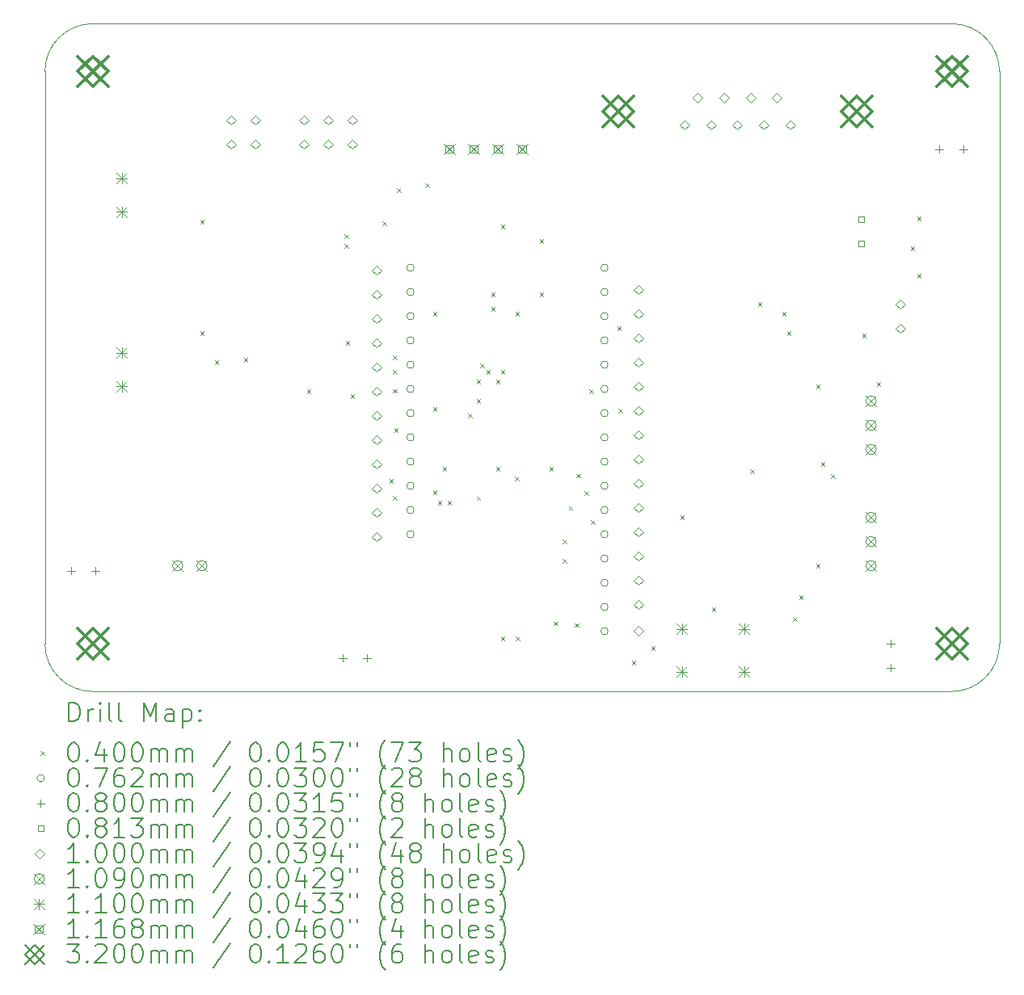
<source format=gbr>
%TF.GenerationSoftware,KiCad,Pcbnew,(6.0.7-1)-1*%
%TF.CreationDate,2022-11-19T18:22:33-08:00*%
%TF.ProjectId,telemetry-pcb,74656c65-6d65-4747-9279-2d7063622e6b,rev?*%
%TF.SameCoordinates,Original*%
%TF.FileFunction,Drillmap*%
%TF.FilePolarity,Positive*%
%FSLAX45Y45*%
G04 Gerber Fmt 4.5, Leading zero omitted, Abs format (unit mm)*
G04 Created by KiCad (PCBNEW (6.0.7-1)-1) date 2022-11-19 18:22:33*
%MOMM*%
%LPD*%
G01*
G04 APERTURE LIST*
%ADD10C,0.100000*%
%ADD11C,0.200000*%
%ADD12C,0.040000*%
%ADD13C,0.076200*%
%ADD14C,0.080000*%
%ADD15C,0.081280*%
%ADD16C,0.109000*%
%ADD17C,0.110000*%
%ADD18C,0.116840*%
%ADD19C,0.320000*%
G04 APERTURE END LIST*
D10*
X9000000Y-12000000D02*
G75*
G03*
X9500000Y-12500000I500000J0D01*
G01*
X9000000Y-6000000D02*
X9000000Y-12000000D01*
X9500000Y-5500000D02*
X18500000Y-5500000D01*
X9500000Y-5500000D02*
G75*
G03*
X9000000Y-6000000I0J-500000D01*
G01*
X18500000Y-12500000D02*
G75*
G03*
X19000000Y-12000000I0J500000D01*
G01*
X19000000Y-6000000D02*
X19000000Y-12000000D01*
X9500000Y-12500000D02*
X18500000Y-12500000D01*
X19000000Y-6000000D02*
G75*
G03*
X18500000Y-5500000I-500000J0D01*
G01*
D11*
D12*
X10625140Y-7555550D02*
X10665140Y-7595550D01*
X10665140Y-7555550D02*
X10625140Y-7595550D01*
X10625140Y-8723950D02*
X10665140Y-8763950D01*
X10665140Y-8723950D02*
X10625140Y-8763950D01*
X10777540Y-9028750D02*
X10817540Y-9068750D01*
X10817540Y-9028750D02*
X10777540Y-9068750D01*
X11082340Y-9003350D02*
X11122340Y-9043350D01*
X11122340Y-9003350D02*
X11082340Y-9043350D01*
X11742740Y-9333550D02*
X11782740Y-9373550D01*
X11782740Y-9333550D02*
X11742740Y-9373550D01*
X12134740Y-7707950D02*
X12174740Y-7747950D01*
X12174740Y-7707950D02*
X12134740Y-7747950D01*
X12134740Y-7809550D02*
X12174740Y-7849550D01*
X12174740Y-7809550D02*
X12134740Y-7849550D01*
X12149140Y-8825550D02*
X12189140Y-8865550D01*
X12189140Y-8825550D02*
X12149140Y-8865550D01*
X12199940Y-9384350D02*
X12239940Y-9424350D01*
X12239940Y-9384350D02*
X12199940Y-9424350D01*
X12536340Y-7572350D02*
X12576340Y-7612350D01*
X12576340Y-7572350D02*
X12536340Y-7612350D01*
X12606340Y-10271850D02*
X12646340Y-10311850D01*
X12646340Y-10271850D02*
X12606340Y-10311850D01*
X12642940Y-8979982D02*
X12682940Y-9019982D01*
X12682940Y-8979982D02*
X12642940Y-9019982D01*
X12642940Y-9130350D02*
X12682940Y-9170350D01*
X12682940Y-9130350D02*
X12642940Y-9170350D01*
X12642940Y-9329755D02*
X12682940Y-9369755D01*
X12682940Y-9329755D02*
X12642940Y-9369755D01*
X12642940Y-10451150D02*
X12682940Y-10491150D01*
X12682940Y-10451150D02*
X12642940Y-10491150D01*
X12657140Y-9739950D02*
X12697140Y-9779950D01*
X12697140Y-9739950D02*
X12657140Y-9779950D01*
X12686340Y-7222350D02*
X12726340Y-7262350D01*
X12726340Y-7222350D02*
X12686340Y-7262350D01*
X12986340Y-7172350D02*
X13026340Y-7212350D01*
X13026340Y-7172350D02*
X12986340Y-7212350D01*
X13063540Y-8520750D02*
X13103540Y-8560750D01*
X13103540Y-8520750D02*
X13063540Y-8560750D01*
X13063540Y-9522350D02*
X13103540Y-9562350D01*
X13103540Y-9522350D02*
X13063540Y-9562350D01*
X13063540Y-10389350D02*
X13103540Y-10429350D01*
X13103540Y-10389350D02*
X13063540Y-10429350D01*
X13114340Y-10501950D02*
X13154340Y-10541950D01*
X13154340Y-10501950D02*
X13114340Y-10541950D01*
X13165140Y-10146350D02*
X13205140Y-10186350D01*
X13205140Y-10146350D02*
X13165140Y-10186350D01*
X13215940Y-10501950D02*
X13255940Y-10541950D01*
X13255940Y-10501950D02*
X13215940Y-10541950D01*
X13433540Y-9587550D02*
X13473540Y-9627550D01*
X13473540Y-9587550D02*
X13433540Y-9627550D01*
X13520740Y-9231950D02*
X13560740Y-9271950D01*
X13560740Y-9231950D02*
X13520740Y-9271950D01*
X13520740Y-9435150D02*
X13560740Y-9475150D01*
X13560740Y-9435150D02*
X13520740Y-9475150D01*
X13520740Y-10454550D02*
X13560740Y-10494550D01*
X13560740Y-10454550D02*
X13520740Y-10494550D01*
X13556791Y-9064801D02*
X13596791Y-9104801D01*
X13596791Y-9064801D02*
X13556791Y-9104801D01*
X13622340Y-9130350D02*
X13662340Y-9170350D01*
X13662340Y-9130350D02*
X13622340Y-9170350D01*
X13673140Y-8317550D02*
X13713140Y-8357550D01*
X13713140Y-8317550D02*
X13673140Y-8357550D01*
X13673140Y-8469950D02*
X13713140Y-8509950D01*
X13713140Y-8469950D02*
X13673140Y-8509950D01*
X13723940Y-9231950D02*
X13763940Y-9271950D01*
X13763940Y-9231950D02*
X13723940Y-9271950D01*
X13723940Y-10146350D02*
X13763940Y-10186350D01*
X13763940Y-10146350D02*
X13723940Y-10186350D01*
X13774740Y-7606350D02*
X13814740Y-7646350D01*
X13814740Y-7606350D02*
X13774740Y-7646350D01*
X13774740Y-9130350D02*
X13814740Y-9170350D01*
X13814740Y-9130350D02*
X13774740Y-9170350D01*
X13774740Y-11924350D02*
X13814740Y-11964350D01*
X13814740Y-11924350D02*
X13774740Y-11964350D01*
X13924084Y-10244894D02*
X13964084Y-10284894D01*
X13964084Y-10244894D02*
X13924084Y-10284894D01*
X13927140Y-8520750D02*
X13967140Y-8560750D01*
X13967140Y-8520750D02*
X13927140Y-8560750D01*
X13934940Y-11924350D02*
X13974940Y-11964350D01*
X13974940Y-11924350D02*
X13934940Y-11964350D01*
X14181140Y-7758750D02*
X14221140Y-7798750D01*
X14221140Y-7758750D02*
X14181140Y-7798750D01*
X14181140Y-8317550D02*
X14221140Y-8357550D01*
X14221140Y-8317550D02*
X14181140Y-8357550D01*
X14282740Y-10146350D02*
X14322740Y-10186350D01*
X14322740Y-10146350D02*
X14282740Y-10186350D01*
X14329735Y-11768145D02*
X14369735Y-11808145D01*
X14369735Y-11768145D02*
X14329735Y-11808145D01*
X14420740Y-10908350D02*
X14460740Y-10948350D01*
X14460740Y-10908350D02*
X14420740Y-10948350D01*
X14420740Y-11111550D02*
X14460740Y-11151550D01*
X14460740Y-11111550D02*
X14420740Y-11151550D01*
X14485940Y-10556800D02*
X14525940Y-10596800D01*
X14525940Y-10556800D02*
X14485940Y-10596800D01*
X14550200Y-11785410D02*
X14590200Y-11825410D01*
X14590200Y-11785410D02*
X14550200Y-11825410D01*
X14566837Y-10217853D02*
X14606837Y-10257853D01*
X14606837Y-10217853D02*
X14566837Y-10257853D01*
X14652740Y-10400350D02*
X14692740Y-10440350D01*
X14692740Y-10400350D02*
X14652740Y-10440350D01*
X14703540Y-9333246D02*
X14743540Y-9373246D01*
X14743540Y-9333246D02*
X14703540Y-9373246D01*
X14717940Y-10705150D02*
X14757940Y-10745150D01*
X14757940Y-10705150D02*
X14717940Y-10745150D01*
X14993940Y-8673150D02*
X15033940Y-8713150D01*
X15033940Y-8673150D02*
X14993940Y-8713150D01*
X15008140Y-9536750D02*
X15048140Y-9576750D01*
X15048140Y-9536750D02*
X15008140Y-9576750D01*
X15146340Y-12178350D02*
X15186340Y-12218350D01*
X15186340Y-12178350D02*
X15146340Y-12218350D01*
X15349540Y-12025950D02*
X15389540Y-12065950D01*
X15389540Y-12025950D02*
X15349540Y-12065950D01*
X15654340Y-10654350D02*
X15694340Y-10694350D01*
X15694340Y-10654350D02*
X15654340Y-10694350D01*
X15986340Y-11622350D02*
X16026340Y-11662350D01*
X16026340Y-11622350D02*
X15986340Y-11662350D01*
X16386340Y-10172350D02*
X16426340Y-10212350D01*
X16426340Y-10172350D02*
X16386340Y-10212350D01*
X16467140Y-8419150D02*
X16507140Y-8459150D01*
X16507140Y-8419150D02*
X16467140Y-8459150D01*
X16721140Y-8520750D02*
X16761140Y-8560750D01*
X16761140Y-8520750D02*
X16721140Y-8560750D01*
X16771940Y-8723950D02*
X16811940Y-8763950D01*
X16811940Y-8723950D02*
X16771940Y-8763950D01*
X16836340Y-11722350D02*
X16876340Y-11762350D01*
X16876340Y-11722350D02*
X16836340Y-11762350D01*
X16898940Y-11492550D02*
X16938940Y-11532550D01*
X16938940Y-11492550D02*
X16898940Y-11532550D01*
X17076740Y-9282750D02*
X17116740Y-9322750D01*
X17116740Y-9282750D02*
X17076740Y-9322750D01*
X17076740Y-11162350D02*
X17116740Y-11202350D01*
X17116740Y-11162350D02*
X17076740Y-11202350D01*
X17127540Y-10095550D02*
X17167540Y-10135550D01*
X17167540Y-10095550D02*
X17127540Y-10135550D01*
X17236340Y-10222350D02*
X17276340Y-10262350D01*
X17276340Y-10222350D02*
X17236340Y-10262350D01*
X17559340Y-8749350D02*
X17599340Y-8789350D01*
X17599340Y-8749350D02*
X17559340Y-8789350D01*
X17711740Y-9257350D02*
X17751740Y-9297350D01*
X17751740Y-9257350D02*
X17711740Y-9297350D01*
X18067340Y-7834950D02*
X18107340Y-7874950D01*
X18107340Y-7834950D02*
X18067340Y-7874950D01*
X18136340Y-7522350D02*
X18176340Y-7562350D01*
X18176340Y-7522350D02*
X18136340Y-7562350D01*
X18136340Y-8122350D02*
X18176340Y-8162350D01*
X18176340Y-8122350D02*
X18136340Y-8162350D01*
D13*
X12867640Y-8058150D02*
G75*
G03*
X12867640Y-8058150I-38100J0D01*
G01*
X12867640Y-8312150D02*
G75*
G03*
X12867640Y-8312150I-38100J0D01*
G01*
X12867640Y-8566150D02*
G75*
G03*
X12867640Y-8566150I-38100J0D01*
G01*
X12867640Y-8820150D02*
G75*
G03*
X12867640Y-8820150I-38100J0D01*
G01*
X12867640Y-9074150D02*
G75*
G03*
X12867640Y-9074150I-38100J0D01*
G01*
X12867640Y-9328150D02*
G75*
G03*
X12867640Y-9328150I-38100J0D01*
G01*
X12867640Y-9582150D02*
G75*
G03*
X12867640Y-9582150I-38100J0D01*
G01*
X12867640Y-9836150D02*
G75*
G03*
X12867640Y-9836150I-38100J0D01*
G01*
X12867640Y-10090150D02*
G75*
G03*
X12867640Y-10090150I-38100J0D01*
G01*
X12867640Y-10344150D02*
G75*
G03*
X12867640Y-10344150I-38100J0D01*
G01*
X12867640Y-10598150D02*
G75*
G03*
X12867640Y-10598150I-38100J0D01*
G01*
X12867640Y-10852150D02*
G75*
G03*
X12867640Y-10852150I-38100J0D01*
G01*
X14899640Y-8058150D02*
G75*
G03*
X14899640Y-8058150I-38100J0D01*
G01*
X14899640Y-8312150D02*
G75*
G03*
X14899640Y-8312150I-38100J0D01*
G01*
X14899640Y-8566150D02*
G75*
G03*
X14899640Y-8566150I-38100J0D01*
G01*
X14899640Y-8820150D02*
G75*
G03*
X14899640Y-8820150I-38100J0D01*
G01*
X14899640Y-9074150D02*
G75*
G03*
X14899640Y-9074150I-38100J0D01*
G01*
X14899640Y-9328150D02*
G75*
G03*
X14899640Y-9328150I-38100J0D01*
G01*
X14899640Y-9582150D02*
G75*
G03*
X14899640Y-9582150I-38100J0D01*
G01*
X14899640Y-9836150D02*
G75*
G03*
X14899640Y-9836150I-38100J0D01*
G01*
X14899640Y-10090150D02*
G75*
G03*
X14899640Y-10090150I-38100J0D01*
G01*
X14899640Y-10344150D02*
G75*
G03*
X14899640Y-10344150I-38100J0D01*
G01*
X14899640Y-10598150D02*
G75*
G03*
X14899640Y-10598150I-38100J0D01*
G01*
X14899640Y-10852150D02*
G75*
G03*
X14899640Y-10852150I-38100J0D01*
G01*
X14899640Y-11106150D02*
G75*
G03*
X14899640Y-11106150I-38100J0D01*
G01*
X14899640Y-11360150D02*
G75*
G03*
X14899640Y-11360150I-38100J0D01*
G01*
X14899640Y-11614150D02*
G75*
G03*
X14899640Y-11614150I-38100J0D01*
G01*
X14899640Y-11868150D02*
G75*
G03*
X14899640Y-11868150I-38100J0D01*
G01*
D14*
X9273540Y-11193150D02*
X9273540Y-11273150D01*
X9233540Y-11233150D02*
X9313540Y-11233150D01*
X9527540Y-11193150D02*
X9527540Y-11273150D01*
X9487540Y-11233150D02*
X9567540Y-11233150D01*
X12118340Y-12107550D02*
X12118340Y-12187550D01*
X12078340Y-12147550D02*
X12158340Y-12147550D01*
X12372340Y-12107550D02*
X12372340Y-12187550D01*
X12332340Y-12147550D02*
X12412340Y-12147550D01*
X17858740Y-11955150D02*
X17858740Y-12035150D01*
X17818740Y-11995150D02*
X17898740Y-11995150D01*
X17858740Y-12209150D02*
X17858740Y-12289150D01*
X17818740Y-12249150D02*
X17898740Y-12249150D01*
X18366740Y-6773550D02*
X18366740Y-6853550D01*
X18326740Y-6813550D02*
X18406740Y-6813550D01*
X18620740Y-6773550D02*
X18620740Y-6853550D01*
X18580740Y-6813550D02*
X18660740Y-6813550D01*
D15*
X17582677Y-7578887D02*
X17582677Y-7521413D01*
X17525203Y-7521413D01*
X17525203Y-7578887D01*
X17582677Y-7578887D01*
X17582677Y-7832887D02*
X17582677Y-7775413D01*
X17525203Y-7775413D01*
X17525203Y-7832887D01*
X17582677Y-7832887D01*
D10*
X10949940Y-6558750D02*
X10999940Y-6508750D01*
X10949940Y-6458750D01*
X10899940Y-6508750D01*
X10949940Y-6558750D01*
X10949940Y-6812750D02*
X10999940Y-6762750D01*
X10949940Y-6712750D01*
X10899940Y-6762750D01*
X10949940Y-6812750D01*
X11203940Y-6558750D02*
X11253940Y-6508750D01*
X11203940Y-6458750D01*
X11153940Y-6508750D01*
X11203940Y-6558750D01*
X11203940Y-6812750D02*
X11253940Y-6762750D01*
X11203940Y-6712750D01*
X11153940Y-6762750D01*
X11203940Y-6812750D01*
X11711940Y-6558750D02*
X11761940Y-6508750D01*
X11711940Y-6458750D01*
X11661940Y-6508750D01*
X11711940Y-6558750D01*
X11711940Y-6812750D02*
X11761940Y-6762750D01*
X11711940Y-6712750D01*
X11661940Y-6762750D01*
X11711940Y-6812750D01*
X11965940Y-6558750D02*
X12015940Y-6508750D01*
X11965940Y-6458750D01*
X11915940Y-6508750D01*
X11965940Y-6558750D01*
X11965940Y-6812750D02*
X12015940Y-6762750D01*
X11965940Y-6712750D01*
X11915940Y-6762750D01*
X11965940Y-6812750D01*
X12219940Y-6558750D02*
X12269940Y-6508750D01*
X12219940Y-6458750D01*
X12169940Y-6508750D01*
X12219940Y-6558750D01*
X12219940Y-6812750D02*
X12269940Y-6762750D01*
X12219940Y-6712750D01*
X12169940Y-6762750D01*
X12219940Y-6812750D01*
X12473940Y-8133550D02*
X12523940Y-8083550D01*
X12473940Y-8033550D01*
X12423940Y-8083550D01*
X12473940Y-8133550D01*
X12473940Y-8387550D02*
X12523940Y-8337550D01*
X12473940Y-8287550D01*
X12423940Y-8337550D01*
X12473940Y-8387550D01*
X12473940Y-8641550D02*
X12523940Y-8591550D01*
X12473940Y-8541550D01*
X12423940Y-8591550D01*
X12473940Y-8641550D01*
X12473940Y-8895550D02*
X12523940Y-8845550D01*
X12473940Y-8795550D01*
X12423940Y-8845550D01*
X12473940Y-8895550D01*
X12473940Y-9149550D02*
X12523940Y-9099550D01*
X12473940Y-9049550D01*
X12423940Y-9099550D01*
X12473940Y-9149550D01*
X12473940Y-9403550D02*
X12523940Y-9353550D01*
X12473940Y-9303550D01*
X12423940Y-9353550D01*
X12473940Y-9403550D01*
X12473940Y-9657550D02*
X12523940Y-9607550D01*
X12473940Y-9557550D01*
X12423940Y-9607550D01*
X12473940Y-9657550D01*
X12473940Y-9911550D02*
X12523940Y-9861550D01*
X12473940Y-9811550D01*
X12423940Y-9861550D01*
X12473940Y-9911550D01*
X12473940Y-10165550D02*
X12523940Y-10115550D01*
X12473940Y-10065550D01*
X12423940Y-10115550D01*
X12473940Y-10165550D01*
X12473940Y-10419550D02*
X12523940Y-10369550D01*
X12473940Y-10319550D01*
X12423940Y-10369550D01*
X12473940Y-10419550D01*
X12473940Y-10673550D02*
X12523940Y-10623550D01*
X12473940Y-10573550D01*
X12423940Y-10623550D01*
X12473940Y-10673550D01*
X12473940Y-10927550D02*
X12523940Y-10877550D01*
X12473940Y-10827550D01*
X12423940Y-10877550D01*
X12473940Y-10927550D01*
X15217140Y-8336750D02*
X15267140Y-8286750D01*
X15217140Y-8236750D01*
X15167140Y-8286750D01*
X15217140Y-8336750D01*
X15217140Y-8590750D02*
X15267140Y-8540750D01*
X15217140Y-8490750D01*
X15167140Y-8540750D01*
X15217140Y-8590750D01*
X15217140Y-8844750D02*
X15267140Y-8794750D01*
X15217140Y-8744750D01*
X15167140Y-8794750D01*
X15217140Y-8844750D01*
X15217140Y-9098750D02*
X15267140Y-9048750D01*
X15217140Y-8998750D01*
X15167140Y-9048750D01*
X15217140Y-9098750D01*
X15217140Y-9352750D02*
X15267140Y-9302750D01*
X15217140Y-9252750D01*
X15167140Y-9302750D01*
X15217140Y-9352750D01*
X15217140Y-9606750D02*
X15267140Y-9556750D01*
X15217140Y-9506750D01*
X15167140Y-9556750D01*
X15217140Y-9606750D01*
X15217140Y-9860750D02*
X15267140Y-9810750D01*
X15217140Y-9760750D01*
X15167140Y-9810750D01*
X15217140Y-9860750D01*
X15217140Y-10114750D02*
X15267140Y-10064750D01*
X15217140Y-10014750D01*
X15167140Y-10064750D01*
X15217140Y-10114750D01*
X15217140Y-10368750D02*
X15267140Y-10318750D01*
X15217140Y-10268750D01*
X15167140Y-10318750D01*
X15217140Y-10368750D01*
X15217140Y-10622750D02*
X15267140Y-10572750D01*
X15217140Y-10522750D01*
X15167140Y-10572750D01*
X15217140Y-10622750D01*
X15217140Y-10876750D02*
X15267140Y-10826750D01*
X15217140Y-10776750D01*
X15167140Y-10826750D01*
X15217140Y-10876750D01*
X15217140Y-11130750D02*
X15267140Y-11080750D01*
X15217140Y-11030750D01*
X15167140Y-11080750D01*
X15217140Y-11130750D01*
X15217140Y-11384750D02*
X15267140Y-11334750D01*
X15217140Y-11284750D01*
X15167140Y-11334750D01*
X15217140Y-11384750D01*
X15217140Y-11638750D02*
X15267140Y-11588750D01*
X15217140Y-11538750D01*
X15167140Y-11588750D01*
X15217140Y-11638750D01*
X15217140Y-11914550D02*
X15267140Y-11864550D01*
X15217140Y-11814550D01*
X15167140Y-11864550D01*
X15217140Y-11914550D01*
X15699740Y-6609550D02*
X15749740Y-6559550D01*
X15699740Y-6509550D01*
X15649740Y-6559550D01*
X15699740Y-6609550D01*
X15838240Y-6325550D02*
X15888240Y-6275550D01*
X15838240Y-6225550D01*
X15788240Y-6275550D01*
X15838240Y-6325550D01*
X15976740Y-6609550D02*
X16026740Y-6559550D01*
X15976740Y-6509550D01*
X15926740Y-6559550D01*
X15976740Y-6609550D01*
X16115240Y-6325550D02*
X16165240Y-6275550D01*
X16115240Y-6225550D01*
X16065240Y-6275550D01*
X16115240Y-6325550D01*
X16253740Y-6609550D02*
X16303740Y-6559550D01*
X16253740Y-6509550D01*
X16203740Y-6559550D01*
X16253740Y-6609550D01*
X16392240Y-6325550D02*
X16442240Y-6275550D01*
X16392240Y-6225550D01*
X16342240Y-6275550D01*
X16392240Y-6325550D01*
X16530740Y-6609550D02*
X16580740Y-6559550D01*
X16530740Y-6509550D01*
X16480740Y-6559550D01*
X16530740Y-6609550D01*
X16669240Y-6325550D02*
X16719240Y-6275550D01*
X16669240Y-6225550D01*
X16619240Y-6275550D01*
X16669240Y-6325550D01*
X16807740Y-6609550D02*
X16857740Y-6559550D01*
X16807740Y-6509550D01*
X16757740Y-6559550D01*
X16807740Y-6609550D01*
X17960340Y-8489150D02*
X18010340Y-8439150D01*
X17960340Y-8389150D01*
X17910340Y-8439150D01*
X17960340Y-8489150D01*
X17960340Y-8743150D02*
X18010340Y-8693150D01*
X17960340Y-8643150D01*
X17910340Y-8693150D01*
X17960340Y-8743150D01*
D16*
X10336640Y-11127950D02*
X10445640Y-11236950D01*
X10445640Y-11127950D02*
X10336640Y-11236950D01*
X10445640Y-11182450D02*
G75*
G03*
X10445640Y-11182450I-54500J0D01*
G01*
X10590640Y-11127950D02*
X10699640Y-11236950D01*
X10699640Y-11127950D02*
X10590640Y-11236950D01*
X10699640Y-11182450D02*
G75*
G03*
X10699640Y-11182450I-54500J0D01*
G01*
X17601140Y-9400650D02*
X17710140Y-9509650D01*
X17710140Y-9400650D02*
X17601140Y-9509650D01*
X17710140Y-9455150D02*
G75*
G03*
X17710140Y-9455150I-54500J0D01*
G01*
X17601140Y-9654650D02*
X17710140Y-9763650D01*
X17710140Y-9654650D02*
X17601140Y-9763650D01*
X17710140Y-9709150D02*
G75*
G03*
X17710140Y-9709150I-54500J0D01*
G01*
X17601140Y-9908650D02*
X17710140Y-10017650D01*
X17710140Y-9908650D02*
X17601140Y-10017650D01*
X17710140Y-9963150D02*
G75*
G03*
X17710140Y-9963150I-54500J0D01*
G01*
X17601140Y-10619850D02*
X17710140Y-10728850D01*
X17710140Y-10619850D02*
X17601140Y-10728850D01*
X17710140Y-10674350D02*
G75*
G03*
X17710140Y-10674350I-54500J0D01*
G01*
X17601140Y-10873850D02*
X17710140Y-10982850D01*
X17710140Y-10873850D02*
X17601140Y-10982850D01*
X17710140Y-10928350D02*
G75*
G03*
X17710140Y-10928350I-54500J0D01*
G01*
X17601140Y-11127850D02*
X17710140Y-11236850D01*
X17710140Y-11127850D02*
X17601140Y-11236850D01*
X17710140Y-11182350D02*
G75*
G03*
X17710140Y-11182350I-54500J0D01*
G01*
D17*
X9751940Y-7066150D02*
X9861940Y-7176150D01*
X9861940Y-7066150D02*
X9751940Y-7176150D01*
X9806940Y-7066150D02*
X9806940Y-7176150D01*
X9751940Y-7121150D02*
X9861940Y-7121150D01*
X9751940Y-7416150D02*
X9861940Y-7526150D01*
X9861940Y-7416150D02*
X9751940Y-7526150D01*
X9806940Y-7416150D02*
X9806940Y-7526150D01*
X9751940Y-7471150D02*
X9861940Y-7471150D01*
X9751940Y-8894950D02*
X9861940Y-9004950D01*
X9861940Y-8894950D02*
X9751940Y-9004950D01*
X9806940Y-8894950D02*
X9806940Y-9004950D01*
X9751940Y-8949950D02*
X9861940Y-8949950D01*
X9751940Y-9244950D02*
X9861940Y-9354950D01*
X9861940Y-9244950D02*
X9751940Y-9354950D01*
X9806940Y-9244950D02*
X9806940Y-9354950D01*
X9751940Y-9299950D02*
X9861940Y-9299950D01*
X15619340Y-11787750D02*
X15729340Y-11897750D01*
X15729340Y-11787750D02*
X15619340Y-11897750D01*
X15674340Y-11787750D02*
X15674340Y-11897750D01*
X15619340Y-11842750D02*
X15729340Y-11842750D01*
X15619340Y-12237750D02*
X15729340Y-12347750D01*
X15729340Y-12237750D02*
X15619340Y-12347750D01*
X15674340Y-12237750D02*
X15674340Y-12347750D01*
X15619340Y-12292750D02*
X15729340Y-12292750D01*
X16269340Y-11787750D02*
X16379340Y-11897750D01*
X16379340Y-11787750D02*
X16269340Y-11897750D01*
X16324340Y-11787750D02*
X16324340Y-11897750D01*
X16269340Y-11842750D02*
X16379340Y-11842750D01*
X16269340Y-12237750D02*
X16379340Y-12347750D01*
X16379340Y-12237750D02*
X16269340Y-12347750D01*
X16324340Y-12237750D02*
X16324340Y-12347750D01*
X16269340Y-12292750D02*
X16379340Y-12292750D01*
D18*
X13177520Y-6755130D02*
X13294360Y-6871970D01*
X13294360Y-6755130D02*
X13177520Y-6871970D01*
X13277250Y-6854860D02*
X13277250Y-6772240D01*
X13194630Y-6772240D01*
X13194630Y-6854860D01*
X13277250Y-6854860D01*
X13431520Y-6755130D02*
X13548360Y-6871970D01*
X13548360Y-6755130D02*
X13431520Y-6871970D01*
X13531250Y-6854860D02*
X13531250Y-6772240D01*
X13448630Y-6772240D01*
X13448630Y-6854860D01*
X13531250Y-6854860D01*
X13685520Y-6755130D02*
X13802360Y-6871970D01*
X13802360Y-6755130D02*
X13685520Y-6871970D01*
X13785250Y-6854860D02*
X13785250Y-6772240D01*
X13702630Y-6772240D01*
X13702630Y-6854860D01*
X13785250Y-6854860D01*
X13939520Y-6755130D02*
X14056360Y-6871970D01*
X14056360Y-6755130D02*
X13939520Y-6871970D01*
X14039250Y-6854860D02*
X14039250Y-6772240D01*
X13956630Y-6772240D01*
X13956630Y-6854860D01*
X14039250Y-6854860D01*
D19*
X9340000Y-5840000D02*
X9660000Y-6160000D01*
X9660000Y-5840000D02*
X9340000Y-6160000D01*
X9500000Y-6160000D02*
X9660000Y-6000000D01*
X9500000Y-5840000D01*
X9340000Y-6000000D01*
X9500000Y-6160000D01*
X9340000Y-11840000D02*
X9660000Y-12160000D01*
X9660000Y-11840000D02*
X9340000Y-12160000D01*
X9500000Y-12160000D02*
X9660000Y-12000000D01*
X9500000Y-11840000D01*
X9340000Y-12000000D01*
X9500000Y-12160000D01*
X14843740Y-6257550D02*
X15163740Y-6577550D01*
X15163740Y-6257550D02*
X14843740Y-6577550D01*
X15003740Y-6577550D02*
X15163740Y-6417550D01*
X15003740Y-6257550D01*
X14843740Y-6417550D01*
X15003740Y-6577550D01*
X17343740Y-6257550D02*
X17663740Y-6577550D01*
X17663740Y-6257550D02*
X17343740Y-6577550D01*
X17503740Y-6577550D02*
X17663740Y-6417550D01*
X17503740Y-6257550D01*
X17343740Y-6417550D01*
X17503740Y-6577550D01*
X18340000Y-5840000D02*
X18660000Y-6160000D01*
X18660000Y-5840000D02*
X18340000Y-6160000D01*
X18500000Y-6160000D02*
X18660000Y-6000000D01*
X18500000Y-5840000D01*
X18340000Y-6000000D01*
X18500000Y-6160000D01*
X18340000Y-11840000D02*
X18660000Y-12160000D01*
X18660000Y-11840000D02*
X18340000Y-12160000D01*
X18500000Y-12160000D02*
X18660000Y-12000000D01*
X18500000Y-11840000D01*
X18340000Y-12000000D01*
X18500000Y-12160000D01*
D11*
X9252619Y-12815476D02*
X9252619Y-12615476D01*
X9300238Y-12615476D01*
X9328810Y-12625000D01*
X9347857Y-12644048D01*
X9357381Y-12663095D01*
X9366905Y-12701190D01*
X9366905Y-12729762D01*
X9357381Y-12767857D01*
X9347857Y-12786905D01*
X9328810Y-12805952D01*
X9300238Y-12815476D01*
X9252619Y-12815476D01*
X9452619Y-12815476D02*
X9452619Y-12682143D01*
X9452619Y-12720238D02*
X9462143Y-12701190D01*
X9471667Y-12691667D01*
X9490714Y-12682143D01*
X9509762Y-12682143D01*
X9576429Y-12815476D02*
X9576429Y-12682143D01*
X9576429Y-12615476D02*
X9566905Y-12625000D01*
X9576429Y-12634524D01*
X9585952Y-12625000D01*
X9576429Y-12615476D01*
X9576429Y-12634524D01*
X9700238Y-12815476D02*
X9681190Y-12805952D01*
X9671667Y-12786905D01*
X9671667Y-12615476D01*
X9805000Y-12815476D02*
X9785952Y-12805952D01*
X9776429Y-12786905D01*
X9776429Y-12615476D01*
X10033571Y-12815476D02*
X10033571Y-12615476D01*
X10100238Y-12758333D01*
X10166905Y-12615476D01*
X10166905Y-12815476D01*
X10347857Y-12815476D02*
X10347857Y-12710714D01*
X10338333Y-12691667D01*
X10319286Y-12682143D01*
X10281190Y-12682143D01*
X10262143Y-12691667D01*
X10347857Y-12805952D02*
X10328810Y-12815476D01*
X10281190Y-12815476D01*
X10262143Y-12805952D01*
X10252619Y-12786905D01*
X10252619Y-12767857D01*
X10262143Y-12748809D01*
X10281190Y-12739286D01*
X10328810Y-12739286D01*
X10347857Y-12729762D01*
X10443095Y-12682143D02*
X10443095Y-12882143D01*
X10443095Y-12691667D02*
X10462143Y-12682143D01*
X10500238Y-12682143D01*
X10519286Y-12691667D01*
X10528810Y-12701190D01*
X10538333Y-12720238D01*
X10538333Y-12777381D01*
X10528810Y-12796428D01*
X10519286Y-12805952D01*
X10500238Y-12815476D01*
X10462143Y-12815476D01*
X10443095Y-12805952D01*
X10624048Y-12796428D02*
X10633571Y-12805952D01*
X10624048Y-12815476D01*
X10614524Y-12805952D01*
X10624048Y-12796428D01*
X10624048Y-12815476D01*
X10624048Y-12691667D02*
X10633571Y-12701190D01*
X10624048Y-12710714D01*
X10614524Y-12701190D01*
X10624048Y-12691667D01*
X10624048Y-12710714D01*
D12*
X8955000Y-13125000D02*
X8995000Y-13165000D01*
X8995000Y-13125000D02*
X8955000Y-13165000D01*
D11*
X9290714Y-13035476D02*
X9309762Y-13035476D01*
X9328810Y-13045000D01*
X9338333Y-13054524D01*
X9347857Y-13073571D01*
X9357381Y-13111667D01*
X9357381Y-13159286D01*
X9347857Y-13197381D01*
X9338333Y-13216428D01*
X9328810Y-13225952D01*
X9309762Y-13235476D01*
X9290714Y-13235476D01*
X9271667Y-13225952D01*
X9262143Y-13216428D01*
X9252619Y-13197381D01*
X9243095Y-13159286D01*
X9243095Y-13111667D01*
X9252619Y-13073571D01*
X9262143Y-13054524D01*
X9271667Y-13045000D01*
X9290714Y-13035476D01*
X9443095Y-13216428D02*
X9452619Y-13225952D01*
X9443095Y-13235476D01*
X9433571Y-13225952D01*
X9443095Y-13216428D01*
X9443095Y-13235476D01*
X9624048Y-13102143D02*
X9624048Y-13235476D01*
X9576429Y-13025952D02*
X9528810Y-13168809D01*
X9652619Y-13168809D01*
X9766905Y-13035476D02*
X9785952Y-13035476D01*
X9805000Y-13045000D01*
X9814524Y-13054524D01*
X9824048Y-13073571D01*
X9833571Y-13111667D01*
X9833571Y-13159286D01*
X9824048Y-13197381D01*
X9814524Y-13216428D01*
X9805000Y-13225952D01*
X9785952Y-13235476D01*
X9766905Y-13235476D01*
X9747857Y-13225952D01*
X9738333Y-13216428D01*
X9728810Y-13197381D01*
X9719286Y-13159286D01*
X9719286Y-13111667D01*
X9728810Y-13073571D01*
X9738333Y-13054524D01*
X9747857Y-13045000D01*
X9766905Y-13035476D01*
X9957381Y-13035476D02*
X9976429Y-13035476D01*
X9995476Y-13045000D01*
X10005000Y-13054524D01*
X10014524Y-13073571D01*
X10024048Y-13111667D01*
X10024048Y-13159286D01*
X10014524Y-13197381D01*
X10005000Y-13216428D01*
X9995476Y-13225952D01*
X9976429Y-13235476D01*
X9957381Y-13235476D01*
X9938333Y-13225952D01*
X9928810Y-13216428D01*
X9919286Y-13197381D01*
X9909762Y-13159286D01*
X9909762Y-13111667D01*
X9919286Y-13073571D01*
X9928810Y-13054524D01*
X9938333Y-13045000D01*
X9957381Y-13035476D01*
X10109762Y-13235476D02*
X10109762Y-13102143D01*
X10109762Y-13121190D02*
X10119286Y-13111667D01*
X10138333Y-13102143D01*
X10166905Y-13102143D01*
X10185952Y-13111667D01*
X10195476Y-13130714D01*
X10195476Y-13235476D01*
X10195476Y-13130714D02*
X10205000Y-13111667D01*
X10224048Y-13102143D01*
X10252619Y-13102143D01*
X10271667Y-13111667D01*
X10281190Y-13130714D01*
X10281190Y-13235476D01*
X10376429Y-13235476D02*
X10376429Y-13102143D01*
X10376429Y-13121190D02*
X10385952Y-13111667D01*
X10405000Y-13102143D01*
X10433571Y-13102143D01*
X10452619Y-13111667D01*
X10462143Y-13130714D01*
X10462143Y-13235476D01*
X10462143Y-13130714D02*
X10471667Y-13111667D01*
X10490714Y-13102143D01*
X10519286Y-13102143D01*
X10538333Y-13111667D01*
X10547857Y-13130714D01*
X10547857Y-13235476D01*
X10938333Y-13025952D02*
X10766905Y-13283095D01*
X11195476Y-13035476D02*
X11214524Y-13035476D01*
X11233571Y-13045000D01*
X11243095Y-13054524D01*
X11252619Y-13073571D01*
X11262143Y-13111667D01*
X11262143Y-13159286D01*
X11252619Y-13197381D01*
X11243095Y-13216428D01*
X11233571Y-13225952D01*
X11214524Y-13235476D01*
X11195476Y-13235476D01*
X11176429Y-13225952D01*
X11166905Y-13216428D01*
X11157381Y-13197381D01*
X11147857Y-13159286D01*
X11147857Y-13111667D01*
X11157381Y-13073571D01*
X11166905Y-13054524D01*
X11176429Y-13045000D01*
X11195476Y-13035476D01*
X11347857Y-13216428D02*
X11357381Y-13225952D01*
X11347857Y-13235476D01*
X11338333Y-13225952D01*
X11347857Y-13216428D01*
X11347857Y-13235476D01*
X11481190Y-13035476D02*
X11500238Y-13035476D01*
X11519286Y-13045000D01*
X11528809Y-13054524D01*
X11538333Y-13073571D01*
X11547857Y-13111667D01*
X11547857Y-13159286D01*
X11538333Y-13197381D01*
X11528809Y-13216428D01*
X11519286Y-13225952D01*
X11500238Y-13235476D01*
X11481190Y-13235476D01*
X11462143Y-13225952D01*
X11452619Y-13216428D01*
X11443095Y-13197381D01*
X11433571Y-13159286D01*
X11433571Y-13111667D01*
X11443095Y-13073571D01*
X11452619Y-13054524D01*
X11462143Y-13045000D01*
X11481190Y-13035476D01*
X11738333Y-13235476D02*
X11624048Y-13235476D01*
X11681190Y-13235476D02*
X11681190Y-13035476D01*
X11662143Y-13064048D01*
X11643095Y-13083095D01*
X11624048Y-13092619D01*
X11919286Y-13035476D02*
X11824048Y-13035476D01*
X11814524Y-13130714D01*
X11824048Y-13121190D01*
X11843095Y-13111667D01*
X11890714Y-13111667D01*
X11909762Y-13121190D01*
X11919286Y-13130714D01*
X11928809Y-13149762D01*
X11928809Y-13197381D01*
X11919286Y-13216428D01*
X11909762Y-13225952D01*
X11890714Y-13235476D01*
X11843095Y-13235476D01*
X11824048Y-13225952D01*
X11814524Y-13216428D01*
X11995476Y-13035476D02*
X12128809Y-13035476D01*
X12043095Y-13235476D01*
X12195476Y-13035476D02*
X12195476Y-13073571D01*
X12271667Y-13035476D02*
X12271667Y-13073571D01*
X12566905Y-13311667D02*
X12557381Y-13302143D01*
X12538333Y-13273571D01*
X12528809Y-13254524D01*
X12519286Y-13225952D01*
X12509762Y-13178333D01*
X12509762Y-13140238D01*
X12519286Y-13092619D01*
X12528809Y-13064048D01*
X12538333Y-13045000D01*
X12557381Y-13016428D01*
X12566905Y-13006905D01*
X12624048Y-13035476D02*
X12757381Y-13035476D01*
X12671667Y-13235476D01*
X12814524Y-13035476D02*
X12938333Y-13035476D01*
X12871667Y-13111667D01*
X12900238Y-13111667D01*
X12919286Y-13121190D01*
X12928809Y-13130714D01*
X12938333Y-13149762D01*
X12938333Y-13197381D01*
X12928809Y-13216428D01*
X12919286Y-13225952D01*
X12900238Y-13235476D01*
X12843095Y-13235476D01*
X12824048Y-13225952D01*
X12814524Y-13216428D01*
X13176428Y-13235476D02*
X13176428Y-13035476D01*
X13262143Y-13235476D02*
X13262143Y-13130714D01*
X13252619Y-13111667D01*
X13233571Y-13102143D01*
X13205000Y-13102143D01*
X13185952Y-13111667D01*
X13176428Y-13121190D01*
X13385952Y-13235476D02*
X13366905Y-13225952D01*
X13357381Y-13216428D01*
X13347857Y-13197381D01*
X13347857Y-13140238D01*
X13357381Y-13121190D01*
X13366905Y-13111667D01*
X13385952Y-13102143D01*
X13414524Y-13102143D01*
X13433571Y-13111667D01*
X13443095Y-13121190D01*
X13452619Y-13140238D01*
X13452619Y-13197381D01*
X13443095Y-13216428D01*
X13433571Y-13225952D01*
X13414524Y-13235476D01*
X13385952Y-13235476D01*
X13566905Y-13235476D02*
X13547857Y-13225952D01*
X13538333Y-13206905D01*
X13538333Y-13035476D01*
X13719286Y-13225952D02*
X13700238Y-13235476D01*
X13662143Y-13235476D01*
X13643095Y-13225952D01*
X13633571Y-13206905D01*
X13633571Y-13130714D01*
X13643095Y-13111667D01*
X13662143Y-13102143D01*
X13700238Y-13102143D01*
X13719286Y-13111667D01*
X13728809Y-13130714D01*
X13728809Y-13149762D01*
X13633571Y-13168809D01*
X13805000Y-13225952D02*
X13824048Y-13235476D01*
X13862143Y-13235476D01*
X13881190Y-13225952D01*
X13890714Y-13206905D01*
X13890714Y-13197381D01*
X13881190Y-13178333D01*
X13862143Y-13168809D01*
X13833571Y-13168809D01*
X13814524Y-13159286D01*
X13805000Y-13140238D01*
X13805000Y-13130714D01*
X13814524Y-13111667D01*
X13833571Y-13102143D01*
X13862143Y-13102143D01*
X13881190Y-13111667D01*
X13957381Y-13311667D02*
X13966905Y-13302143D01*
X13985952Y-13273571D01*
X13995476Y-13254524D01*
X14005000Y-13225952D01*
X14014524Y-13178333D01*
X14014524Y-13140238D01*
X14005000Y-13092619D01*
X13995476Y-13064048D01*
X13985952Y-13045000D01*
X13966905Y-13016428D01*
X13957381Y-13006905D01*
D13*
X8995000Y-13409000D02*
G75*
G03*
X8995000Y-13409000I-38100J0D01*
G01*
D11*
X9290714Y-13299476D02*
X9309762Y-13299476D01*
X9328810Y-13309000D01*
X9338333Y-13318524D01*
X9347857Y-13337571D01*
X9357381Y-13375667D01*
X9357381Y-13423286D01*
X9347857Y-13461381D01*
X9338333Y-13480428D01*
X9328810Y-13489952D01*
X9309762Y-13499476D01*
X9290714Y-13499476D01*
X9271667Y-13489952D01*
X9262143Y-13480428D01*
X9252619Y-13461381D01*
X9243095Y-13423286D01*
X9243095Y-13375667D01*
X9252619Y-13337571D01*
X9262143Y-13318524D01*
X9271667Y-13309000D01*
X9290714Y-13299476D01*
X9443095Y-13480428D02*
X9452619Y-13489952D01*
X9443095Y-13499476D01*
X9433571Y-13489952D01*
X9443095Y-13480428D01*
X9443095Y-13499476D01*
X9519286Y-13299476D02*
X9652619Y-13299476D01*
X9566905Y-13499476D01*
X9814524Y-13299476D02*
X9776429Y-13299476D01*
X9757381Y-13309000D01*
X9747857Y-13318524D01*
X9728810Y-13347095D01*
X9719286Y-13385190D01*
X9719286Y-13461381D01*
X9728810Y-13480428D01*
X9738333Y-13489952D01*
X9757381Y-13499476D01*
X9795476Y-13499476D01*
X9814524Y-13489952D01*
X9824048Y-13480428D01*
X9833571Y-13461381D01*
X9833571Y-13413762D01*
X9824048Y-13394714D01*
X9814524Y-13385190D01*
X9795476Y-13375667D01*
X9757381Y-13375667D01*
X9738333Y-13385190D01*
X9728810Y-13394714D01*
X9719286Y-13413762D01*
X9909762Y-13318524D02*
X9919286Y-13309000D01*
X9938333Y-13299476D01*
X9985952Y-13299476D01*
X10005000Y-13309000D01*
X10014524Y-13318524D01*
X10024048Y-13337571D01*
X10024048Y-13356619D01*
X10014524Y-13385190D01*
X9900238Y-13499476D01*
X10024048Y-13499476D01*
X10109762Y-13499476D02*
X10109762Y-13366143D01*
X10109762Y-13385190D02*
X10119286Y-13375667D01*
X10138333Y-13366143D01*
X10166905Y-13366143D01*
X10185952Y-13375667D01*
X10195476Y-13394714D01*
X10195476Y-13499476D01*
X10195476Y-13394714D02*
X10205000Y-13375667D01*
X10224048Y-13366143D01*
X10252619Y-13366143D01*
X10271667Y-13375667D01*
X10281190Y-13394714D01*
X10281190Y-13499476D01*
X10376429Y-13499476D02*
X10376429Y-13366143D01*
X10376429Y-13385190D02*
X10385952Y-13375667D01*
X10405000Y-13366143D01*
X10433571Y-13366143D01*
X10452619Y-13375667D01*
X10462143Y-13394714D01*
X10462143Y-13499476D01*
X10462143Y-13394714D02*
X10471667Y-13375667D01*
X10490714Y-13366143D01*
X10519286Y-13366143D01*
X10538333Y-13375667D01*
X10547857Y-13394714D01*
X10547857Y-13499476D01*
X10938333Y-13289952D02*
X10766905Y-13547095D01*
X11195476Y-13299476D02*
X11214524Y-13299476D01*
X11233571Y-13309000D01*
X11243095Y-13318524D01*
X11252619Y-13337571D01*
X11262143Y-13375667D01*
X11262143Y-13423286D01*
X11252619Y-13461381D01*
X11243095Y-13480428D01*
X11233571Y-13489952D01*
X11214524Y-13499476D01*
X11195476Y-13499476D01*
X11176429Y-13489952D01*
X11166905Y-13480428D01*
X11157381Y-13461381D01*
X11147857Y-13423286D01*
X11147857Y-13375667D01*
X11157381Y-13337571D01*
X11166905Y-13318524D01*
X11176429Y-13309000D01*
X11195476Y-13299476D01*
X11347857Y-13480428D02*
X11357381Y-13489952D01*
X11347857Y-13499476D01*
X11338333Y-13489952D01*
X11347857Y-13480428D01*
X11347857Y-13499476D01*
X11481190Y-13299476D02*
X11500238Y-13299476D01*
X11519286Y-13309000D01*
X11528809Y-13318524D01*
X11538333Y-13337571D01*
X11547857Y-13375667D01*
X11547857Y-13423286D01*
X11538333Y-13461381D01*
X11528809Y-13480428D01*
X11519286Y-13489952D01*
X11500238Y-13499476D01*
X11481190Y-13499476D01*
X11462143Y-13489952D01*
X11452619Y-13480428D01*
X11443095Y-13461381D01*
X11433571Y-13423286D01*
X11433571Y-13375667D01*
X11443095Y-13337571D01*
X11452619Y-13318524D01*
X11462143Y-13309000D01*
X11481190Y-13299476D01*
X11614524Y-13299476D02*
X11738333Y-13299476D01*
X11671667Y-13375667D01*
X11700238Y-13375667D01*
X11719286Y-13385190D01*
X11728809Y-13394714D01*
X11738333Y-13413762D01*
X11738333Y-13461381D01*
X11728809Y-13480428D01*
X11719286Y-13489952D01*
X11700238Y-13499476D01*
X11643095Y-13499476D01*
X11624048Y-13489952D01*
X11614524Y-13480428D01*
X11862143Y-13299476D02*
X11881190Y-13299476D01*
X11900238Y-13309000D01*
X11909762Y-13318524D01*
X11919286Y-13337571D01*
X11928809Y-13375667D01*
X11928809Y-13423286D01*
X11919286Y-13461381D01*
X11909762Y-13480428D01*
X11900238Y-13489952D01*
X11881190Y-13499476D01*
X11862143Y-13499476D01*
X11843095Y-13489952D01*
X11833571Y-13480428D01*
X11824048Y-13461381D01*
X11814524Y-13423286D01*
X11814524Y-13375667D01*
X11824048Y-13337571D01*
X11833571Y-13318524D01*
X11843095Y-13309000D01*
X11862143Y-13299476D01*
X12052619Y-13299476D02*
X12071667Y-13299476D01*
X12090714Y-13309000D01*
X12100238Y-13318524D01*
X12109762Y-13337571D01*
X12119286Y-13375667D01*
X12119286Y-13423286D01*
X12109762Y-13461381D01*
X12100238Y-13480428D01*
X12090714Y-13489952D01*
X12071667Y-13499476D01*
X12052619Y-13499476D01*
X12033571Y-13489952D01*
X12024048Y-13480428D01*
X12014524Y-13461381D01*
X12005000Y-13423286D01*
X12005000Y-13375667D01*
X12014524Y-13337571D01*
X12024048Y-13318524D01*
X12033571Y-13309000D01*
X12052619Y-13299476D01*
X12195476Y-13299476D02*
X12195476Y-13337571D01*
X12271667Y-13299476D02*
X12271667Y-13337571D01*
X12566905Y-13575667D02*
X12557381Y-13566143D01*
X12538333Y-13537571D01*
X12528809Y-13518524D01*
X12519286Y-13489952D01*
X12509762Y-13442333D01*
X12509762Y-13404238D01*
X12519286Y-13356619D01*
X12528809Y-13328048D01*
X12538333Y-13309000D01*
X12557381Y-13280428D01*
X12566905Y-13270905D01*
X12633571Y-13318524D02*
X12643095Y-13309000D01*
X12662143Y-13299476D01*
X12709762Y-13299476D01*
X12728809Y-13309000D01*
X12738333Y-13318524D01*
X12747857Y-13337571D01*
X12747857Y-13356619D01*
X12738333Y-13385190D01*
X12624048Y-13499476D01*
X12747857Y-13499476D01*
X12862143Y-13385190D02*
X12843095Y-13375667D01*
X12833571Y-13366143D01*
X12824048Y-13347095D01*
X12824048Y-13337571D01*
X12833571Y-13318524D01*
X12843095Y-13309000D01*
X12862143Y-13299476D01*
X12900238Y-13299476D01*
X12919286Y-13309000D01*
X12928809Y-13318524D01*
X12938333Y-13337571D01*
X12938333Y-13347095D01*
X12928809Y-13366143D01*
X12919286Y-13375667D01*
X12900238Y-13385190D01*
X12862143Y-13385190D01*
X12843095Y-13394714D01*
X12833571Y-13404238D01*
X12824048Y-13423286D01*
X12824048Y-13461381D01*
X12833571Y-13480428D01*
X12843095Y-13489952D01*
X12862143Y-13499476D01*
X12900238Y-13499476D01*
X12919286Y-13489952D01*
X12928809Y-13480428D01*
X12938333Y-13461381D01*
X12938333Y-13423286D01*
X12928809Y-13404238D01*
X12919286Y-13394714D01*
X12900238Y-13385190D01*
X13176428Y-13499476D02*
X13176428Y-13299476D01*
X13262143Y-13499476D02*
X13262143Y-13394714D01*
X13252619Y-13375667D01*
X13233571Y-13366143D01*
X13205000Y-13366143D01*
X13185952Y-13375667D01*
X13176428Y-13385190D01*
X13385952Y-13499476D02*
X13366905Y-13489952D01*
X13357381Y-13480428D01*
X13347857Y-13461381D01*
X13347857Y-13404238D01*
X13357381Y-13385190D01*
X13366905Y-13375667D01*
X13385952Y-13366143D01*
X13414524Y-13366143D01*
X13433571Y-13375667D01*
X13443095Y-13385190D01*
X13452619Y-13404238D01*
X13452619Y-13461381D01*
X13443095Y-13480428D01*
X13433571Y-13489952D01*
X13414524Y-13499476D01*
X13385952Y-13499476D01*
X13566905Y-13499476D02*
X13547857Y-13489952D01*
X13538333Y-13470905D01*
X13538333Y-13299476D01*
X13719286Y-13489952D02*
X13700238Y-13499476D01*
X13662143Y-13499476D01*
X13643095Y-13489952D01*
X13633571Y-13470905D01*
X13633571Y-13394714D01*
X13643095Y-13375667D01*
X13662143Y-13366143D01*
X13700238Y-13366143D01*
X13719286Y-13375667D01*
X13728809Y-13394714D01*
X13728809Y-13413762D01*
X13633571Y-13432809D01*
X13805000Y-13489952D02*
X13824048Y-13499476D01*
X13862143Y-13499476D01*
X13881190Y-13489952D01*
X13890714Y-13470905D01*
X13890714Y-13461381D01*
X13881190Y-13442333D01*
X13862143Y-13432809D01*
X13833571Y-13432809D01*
X13814524Y-13423286D01*
X13805000Y-13404238D01*
X13805000Y-13394714D01*
X13814524Y-13375667D01*
X13833571Y-13366143D01*
X13862143Y-13366143D01*
X13881190Y-13375667D01*
X13957381Y-13575667D02*
X13966905Y-13566143D01*
X13985952Y-13537571D01*
X13995476Y-13518524D01*
X14005000Y-13489952D01*
X14014524Y-13442333D01*
X14014524Y-13404238D01*
X14005000Y-13356619D01*
X13995476Y-13328048D01*
X13985952Y-13309000D01*
X13966905Y-13280428D01*
X13957381Y-13270905D01*
D14*
X8955000Y-13633000D02*
X8955000Y-13713000D01*
X8915000Y-13673000D02*
X8995000Y-13673000D01*
D11*
X9290714Y-13563476D02*
X9309762Y-13563476D01*
X9328810Y-13573000D01*
X9338333Y-13582524D01*
X9347857Y-13601571D01*
X9357381Y-13639667D01*
X9357381Y-13687286D01*
X9347857Y-13725381D01*
X9338333Y-13744428D01*
X9328810Y-13753952D01*
X9309762Y-13763476D01*
X9290714Y-13763476D01*
X9271667Y-13753952D01*
X9262143Y-13744428D01*
X9252619Y-13725381D01*
X9243095Y-13687286D01*
X9243095Y-13639667D01*
X9252619Y-13601571D01*
X9262143Y-13582524D01*
X9271667Y-13573000D01*
X9290714Y-13563476D01*
X9443095Y-13744428D02*
X9452619Y-13753952D01*
X9443095Y-13763476D01*
X9433571Y-13753952D01*
X9443095Y-13744428D01*
X9443095Y-13763476D01*
X9566905Y-13649190D02*
X9547857Y-13639667D01*
X9538333Y-13630143D01*
X9528810Y-13611095D01*
X9528810Y-13601571D01*
X9538333Y-13582524D01*
X9547857Y-13573000D01*
X9566905Y-13563476D01*
X9605000Y-13563476D01*
X9624048Y-13573000D01*
X9633571Y-13582524D01*
X9643095Y-13601571D01*
X9643095Y-13611095D01*
X9633571Y-13630143D01*
X9624048Y-13639667D01*
X9605000Y-13649190D01*
X9566905Y-13649190D01*
X9547857Y-13658714D01*
X9538333Y-13668238D01*
X9528810Y-13687286D01*
X9528810Y-13725381D01*
X9538333Y-13744428D01*
X9547857Y-13753952D01*
X9566905Y-13763476D01*
X9605000Y-13763476D01*
X9624048Y-13753952D01*
X9633571Y-13744428D01*
X9643095Y-13725381D01*
X9643095Y-13687286D01*
X9633571Y-13668238D01*
X9624048Y-13658714D01*
X9605000Y-13649190D01*
X9766905Y-13563476D02*
X9785952Y-13563476D01*
X9805000Y-13573000D01*
X9814524Y-13582524D01*
X9824048Y-13601571D01*
X9833571Y-13639667D01*
X9833571Y-13687286D01*
X9824048Y-13725381D01*
X9814524Y-13744428D01*
X9805000Y-13753952D01*
X9785952Y-13763476D01*
X9766905Y-13763476D01*
X9747857Y-13753952D01*
X9738333Y-13744428D01*
X9728810Y-13725381D01*
X9719286Y-13687286D01*
X9719286Y-13639667D01*
X9728810Y-13601571D01*
X9738333Y-13582524D01*
X9747857Y-13573000D01*
X9766905Y-13563476D01*
X9957381Y-13563476D02*
X9976429Y-13563476D01*
X9995476Y-13573000D01*
X10005000Y-13582524D01*
X10014524Y-13601571D01*
X10024048Y-13639667D01*
X10024048Y-13687286D01*
X10014524Y-13725381D01*
X10005000Y-13744428D01*
X9995476Y-13753952D01*
X9976429Y-13763476D01*
X9957381Y-13763476D01*
X9938333Y-13753952D01*
X9928810Y-13744428D01*
X9919286Y-13725381D01*
X9909762Y-13687286D01*
X9909762Y-13639667D01*
X9919286Y-13601571D01*
X9928810Y-13582524D01*
X9938333Y-13573000D01*
X9957381Y-13563476D01*
X10109762Y-13763476D02*
X10109762Y-13630143D01*
X10109762Y-13649190D02*
X10119286Y-13639667D01*
X10138333Y-13630143D01*
X10166905Y-13630143D01*
X10185952Y-13639667D01*
X10195476Y-13658714D01*
X10195476Y-13763476D01*
X10195476Y-13658714D02*
X10205000Y-13639667D01*
X10224048Y-13630143D01*
X10252619Y-13630143D01*
X10271667Y-13639667D01*
X10281190Y-13658714D01*
X10281190Y-13763476D01*
X10376429Y-13763476D02*
X10376429Y-13630143D01*
X10376429Y-13649190D02*
X10385952Y-13639667D01*
X10405000Y-13630143D01*
X10433571Y-13630143D01*
X10452619Y-13639667D01*
X10462143Y-13658714D01*
X10462143Y-13763476D01*
X10462143Y-13658714D02*
X10471667Y-13639667D01*
X10490714Y-13630143D01*
X10519286Y-13630143D01*
X10538333Y-13639667D01*
X10547857Y-13658714D01*
X10547857Y-13763476D01*
X10938333Y-13553952D02*
X10766905Y-13811095D01*
X11195476Y-13563476D02*
X11214524Y-13563476D01*
X11233571Y-13573000D01*
X11243095Y-13582524D01*
X11252619Y-13601571D01*
X11262143Y-13639667D01*
X11262143Y-13687286D01*
X11252619Y-13725381D01*
X11243095Y-13744428D01*
X11233571Y-13753952D01*
X11214524Y-13763476D01*
X11195476Y-13763476D01*
X11176429Y-13753952D01*
X11166905Y-13744428D01*
X11157381Y-13725381D01*
X11147857Y-13687286D01*
X11147857Y-13639667D01*
X11157381Y-13601571D01*
X11166905Y-13582524D01*
X11176429Y-13573000D01*
X11195476Y-13563476D01*
X11347857Y-13744428D02*
X11357381Y-13753952D01*
X11347857Y-13763476D01*
X11338333Y-13753952D01*
X11347857Y-13744428D01*
X11347857Y-13763476D01*
X11481190Y-13563476D02*
X11500238Y-13563476D01*
X11519286Y-13573000D01*
X11528809Y-13582524D01*
X11538333Y-13601571D01*
X11547857Y-13639667D01*
X11547857Y-13687286D01*
X11538333Y-13725381D01*
X11528809Y-13744428D01*
X11519286Y-13753952D01*
X11500238Y-13763476D01*
X11481190Y-13763476D01*
X11462143Y-13753952D01*
X11452619Y-13744428D01*
X11443095Y-13725381D01*
X11433571Y-13687286D01*
X11433571Y-13639667D01*
X11443095Y-13601571D01*
X11452619Y-13582524D01*
X11462143Y-13573000D01*
X11481190Y-13563476D01*
X11614524Y-13563476D02*
X11738333Y-13563476D01*
X11671667Y-13639667D01*
X11700238Y-13639667D01*
X11719286Y-13649190D01*
X11728809Y-13658714D01*
X11738333Y-13677762D01*
X11738333Y-13725381D01*
X11728809Y-13744428D01*
X11719286Y-13753952D01*
X11700238Y-13763476D01*
X11643095Y-13763476D01*
X11624048Y-13753952D01*
X11614524Y-13744428D01*
X11928809Y-13763476D02*
X11814524Y-13763476D01*
X11871667Y-13763476D02*
X11871667Y-13563476D01*
X11852619Y-13592048D01*
X11833571Y-13611095D01*
X11814524Y-13620619D01*
X12109762Y-13563476D02*
X12014524Y-13563476D01*
X12005000Y-13658714D01*
X12014524Y-13649190D01*
X12033571Y-13639667D01*
X12081190Y-13639667D01*
X12100238Y-13649190D01*
X12109762Y-13658714D01*
X12119286Y-13677762D01*
X12119286Y-13725381D01*
X12109762Y-13744428D01*
X12100238Y-13753952D01*
X12081190Y-13763476D01*
X12033571Y-13763476D01*
X12014524Y-13753952D01*
X12005000Y-13744428D01*
X12195476Y-13563476D02*
X12195476Y-13601571D01*
X12271667Y-13563476D02*
X12271667Y-13601571D01*
X12566905Y-13839667D02*
X12557381Y-13830143D01*
X12538333Y-13801571D01*
X12528809Y-13782524D01*
X12519286Y-13753952D01*
X12509762Y-13706333D01*
X12509762Y-13668238D01*
X12519286Y-13620619D01*
X12528809Y-13592048D01*
X12538333Y-13573000D01*
X12557381Y-13544428D01*
X12566905Y-13534905D01*
X12671667Y-13649190D02*
X12652619Y-13639667D01*
X12643095Y-13630143D01*
X12633571Y-13611095D01*
X12633571Y-13601571D01*
X12643095Y-13582524D01*
X12652619Y-13573000D01*
X12671667Y-13563476D01*
X12709762Y-13563476D01*
X12728809Y-13573000D01*
X12738333Y-13582524D01*
X12747857Y-13601571D01*
X12747857Y-13611095D01*
X12738333Y-13630143D01*
X12728809Y-13639667D01*
X12709762Y-13649190D01*
X12671667Y-13649190D01*
X12652619Y-13658714D01*
X12643095Y-13668238D01*
X12633571Y-13687286D01*
X12633571Y-13725381D01*
X12643095Y-13744428D01*
X12652619Y-13753952D01*
X12671667Y-13763476D01*
X12709762Y-13763476D01*
X12728809Y-13753952D01*
X12738333Y-13744428D01*
X12747857Y-13725381D01*
X12747857Y-13687286D01*
X12738333Y-13668238D01*
X12728809Y-13658714D01*
X12709762Y-13649190D01*
X12985952Y-13763476D02*
X12985952Y-13563476D01*
X13071667Y-13763476D02*
X13071667Y-13658714D01*
X13062143Y-13639667D01*
X13043095Y-13630143D01*
X13014524Y-13630143D01*
X12995476Y-13639667D01*
X12985952Y-13649190D01*
X13195476Y-13763476D02*
X13176428Y-13753952D01*
X13166905Y-13744428D01*
X13157381Y-13725381D01*
X13157381Y-13668238D01*
X13166905Y-13649190D01*
X13176428Y-13639667D01*
X13195476Y-13630143D01*
X13224048Y-13630143D01*
X13243095Y-13639667D01*
X13252619Y-13649190D01*
X13262143Y-13668238D01*
X13262143Y-13725381D01*
X13252619Y-13744428D01*
X13243095Y-13753952D01*
X13224048Y-13763476D01*
X13195476Y-13763476D01*
X13376428Y-13763476D02*
X13357381Y-13753952D01*
X13347857Y-13734905D01*
X13347857Y-13563476D01*
X13528809Y-13753952D02*
X13509762Y-13763476D01*
X13471667Y-13763476D01*
X13452619Y-13753952D01*
X13443095Y-13734905D01*
X13443095Y-13658714D01*
X13452619Y-13639667D01*
X13471667Y-13630143D01*
X13509762Y-13630143D01*
X13528809Y-13639667D01*
X13538333Y-13658714D01*
X13538333Y-13677762D01*
X13443095Y-13696809D01*
X13614524Y-13753952D02*
X13633571Y-13763476D01*
X13671667Y-13763476D01*
X13690714Y-13753952D01*
X13700238Y-13734905D01*
X13700238Y-13725381D01*
X13690714Y-13706333D01*
X13671667Y-13696809D01*
X13643095Y-13696809D01*
X13624048Y-13687286D01*
X13614524Y-13668238D01*
X13614524Y-13658714D01*
X13624048Y-13639667D01*
X13643095Y-13630143D01*
X13671667Y-13630143D01*
X13690714Y-13639667D01*
X13766905Y-13839667D02*
X13776428Y-13830143D01*
X13795476Y-13801571D01*
X13805000Y-13782524D01*
X13814524Y-13753952D01*
X13824048Y-13706333D01*
X13824048Y-13668238D01*
X13814524Y-13620619D01*
X13805000Y-13592048D01*
X13795476Y-13573000D01*
X13776428Y-13544428D01*
X13766905Y-13534905D01*
D15*
X8983097Y-13965737D02*
X8983097Y-13908263D01*
X8925623Y-13908263D01*
X8925623Y-13965737D01*
X8983097Y-13965737D01*
D11*
X9290714Y-13827476D02*
X9309762Y-13827476D01*
X9328810Y-13837000D01*
X9338333Y-13846524D01*
X9347857Y-13865571D01*
X9357381Y-13903667D01*
X9357381Y-13951286D01*
X9347857Y-13989381D01*
X9338333Y-14008428D01*
X9328810Y-14017952D01*
X9309762Y-14027476D01*
X9290714Y-14027476D01*
X9271667Y-14017952D01*
X9262143Y-14008428D01*
X9252619Y-13989381D01*
X9243095Y-13951286D01*
X9243095Y-13903667D01*
X9252619Y-13865571D01*
X9262143Y-13846524D01*
X9271667Y-13837000D01*
X9290714Y-13827476D01*
X9443095Y-14008428D02*
X9452619Y-14017952D01*
X9443095Y-14027476D01*
X9433571Y-14017952D01*
X9443095Y-14008428D01*
X9443095Y-14027476D01*
X9566905Y-13913190D02*
X9547857Y-13903667D01*
X9538333Y-13894143D01*
X9528810Y-13875095D01*
X9528810Y-13865571D01*
X9538333Y-13846524D01*
X9547857Y-13837000D01*
X9566905Y-13827476D01*
X9605000Y-13827476D01*
X9624048Y-13837000D01*
X9633571Y-13846524D01*
X9643095Y-13865571D01*
X9643095Y-13875095D01*
X9633571Y-13894143D01*
X9624048Y-13903667D01*
X9605000Y-13913190D01*
X9566905Y-13913190D01*
X9547857Y-13922714D01*
X9538333Y-13932238D01*
X9528810Y-13951286D01*
X9528810Y-13989381D01*
X9538333Y-14008428D01*
X9547857Y-14017952D01*
X9566905Y-14027476D01*
X9605000Y-14027476D01*
X9624048Y-14017952D01*
X9633571Y-14008428D01*
X9643095Y-13989381D01*
X9643095Y-13951286D01*
X9633571Y-13932238D01*
X9624048Y-13922714D01*
X9605000Y-13913190D01*
X9833571Y-14027476D02*
X9719286Y-14027476D01*
X9776429Y-14027476D02*
X9776429Y-13827476D01*
X9757381Y-13856048D01*
X9738333Y-13875095D01*
X9719286Y-13884619D01*
X9900238Y-13827476D02*
X10024048Y-13827476D01*
X9957381Y-13903667D01*
X9985952Y-13903667D01*
X10005000Y-13913190D01*
X10014524Y-13922714D01*
X10024048Y-13941762D01*
X10024048Y-13989381D01*
X10014524Y-14008428D01*
X10005000Y-14017952D01*
X9985952Y-14027476D01*
X9928810Y-14027476D01*
X9909762Y-14017952D01*
X9900238Y-14008428D01*
X10109762Y-14027476D02*
X10109762Y-13894143D01*
X10109762Y-13913190D02*
X10119286Y-13903667D01*
X10138333Y-13894143D01*
X10166905Y-13894143D01*
X10185952Y-13903667D01*
X10195476Y-13922714D01*
X10195476Y-14027476D01*
X10195476Y-13922714D02*
X10205000Y-13903667D01*
X10224048Y-13894143D01*
X10252619Y-13894143D01*
X10271667Y-13903667D01*
X10281190Y-13922714D01*
X10281190Y-14027476D01*
X10376429Y-14027476D02*
X10376429Y-13894143D01*
X10376429Y-13913190D02*
X10385952Y-13903667D01*
X10405000Y-13894143D01*
X10433571Y-13894143D01*
X10452619Y-13903667D01*
X10462143Y-13922714D01*
X10462143Y-14027476D01*
X10462143Y-13922714D02*
X10471667Y-13903667D01*
X10490714Y-13894143D01*
X10519286Y-13894143D01*
X10538333Y-13903667D01*
X10547857Y-13922714D01*
X10547857Y-14027476D01*
X10938333Y-13817952D02*
X10766905Y-14075095D01*
X11195476Y-13827476D02*
X11214524Y-13827476D01*
X11233571Y-13837000D01*
X11243095Y-13846524D01*
X11252619Y-13865571D01*
X11262143Y-13903667D01*
X11262143Y-13951286D01*
X11252619Y-13989381D01*
X11243095Y-14008428D01*
X11233571Y-14017952D01*
X11214524Y-14027476D01*
X11195476Y-14027476D01*
X11176429Y-14017952D01*
X11166905Y-14008428D01*
X11157381Y-13989381D01*
X11147857Y-13951286D01*
X11147857Y-13903667D01*
X11157381Y-13865571D01*
X11166905Y-13846524D01*
X11176429Y-13837000D01*
X11195476Y-13827476D01*
X11347857Y-14008428D02*
X11357381Y-14017952D01*
X11347857Y-14027476D01*
X11338333Y-14017952D01*
X11347857Y-14008428D01*
X11347857Y-14027476D01*
X11481190Y-13827476D02*
X11500238Y-13827476D01*
X11519286Y-13837000D01*
X11528809Y-13846524D01*
X11538333Y-13865571D01*
X11547857Y-13903667D01*
X11547857Y-13951286D01*
X11538333Y-13989381D01*
X11528809Y-14008428D01*
X11519286Y-14017952D01*
X11500238Y-14027476D01*
X11481190Y-14027476D01*
X11462143Y-14017952D01*
X11452619Y-14008428D01*
X11443095Y-13989381D01*
X11433571Y-13951286D01*
X11433571Y-13903667D01*
X11443095Y-13865571D01*
X11452619Y-13846524D01*
X11462143Y-13837000D01*
X11481190Y-13827476D01*
X11614524Y-13827476D02*
X11738333Y-13827476D01*
X11671667Y-13903667D01*
X11700238Y-13903667D01*
X11719286Y-13913190D01*
X11728809Y-13922714D01*
X11738333Y-13941762D01*
X11738333Y-13989381D01*
X11728809Y-14008428D01*
X11719286Y-14017952D01*
X11700238Y-14027476D01*
X11643095Y-14027476D01*
X11624048Y-14017952D01*
X11614524Y-14008428D01*
X11814524Y-13846524D02*
X11824048Y-13837000D01*
X11843095Y-13827476D01*
X11890714Y-13827476D01*
X11909762Y-13837000D01*
X11919286Y-13846524D01*
X11928809Y-13865571D01*
X11928809Y-13884619D01*
X11919286Y-13913190D01*
X11805000Y-14027476D01*
X11928809Y-14027476D01*
X12052619Y-13827476D02*
X12071667Y-13827476D01*
X12090714Y-13837000D01*
X12100238Y-13846524D01*
X12109762Y-13865571D01*
X12119286Y-13903667D01*
X12119286Y-13951286D01*
X12109762Y-13989381D01*
X12100238Y-14008428D01*
X12090714Y-14017952D01*
X12071667Y-14027476D01*
X12052619Y-14027476D01*
X12033571Y-14017952D01*
X12024048Y-14008428D01*
X12014524Y-13989381D01*
X12005000Y-13951286D01*
X12005000Y-13903667D01*
X12014524Y-13865571D01*
X12024048Y-13846524D01*
X12033571Y-13837000D01*
X12052619Y-13827476D01*
X12195476Y-13827476D02*
X12195476Y-13865571D01*
X12271667Y-13827476D02*
X12271667Y-13865571D01*
X12566905Y-14103667D02*
X12557381Y-14094143D01*
X12538333Y-14065571D01*
X12528809Y-14046524D01*
X12519286Y-14017952D01*
X12509762Y-13970333D01*
X12509762Y-13932238D01*
X12519286Y-13884619D01*
X12528809Y-13856048D01*
X12538333Y-13837000D01*
X12557381Y-13808428D01*
X12566905Y-13798905D01*
X12633571Y-13846524D02*
X12643095Y-13837000D01*
X12662143Y-13827476D01*
X12709762Y-13827476D01*
X12728809Y-13837000D01*
X12738333Y-13846524D01*
X12747857Y-13865571D01*
X12747857Y-13884619D01*
X12738333Y-13913190D01*
X12624048Y-14027476D01*
X12747857Y-14027476D01*
X12985952Y-14027476D02*
X12985952Y-13827476D01*
X13071667Y-14027476D02*
X13071667Y-13922714D01*
X13062143Y-13903667D01*
X13043095Y-13894143D01*
X13014524Y-13894143D01*
X12995476Y-13903667D01*
X12985952Y-13913190D01*
X13195476Y-14027476D02*
X13176428Y-14017952D01*
X13166905Y-14008428D01*
X13157381Y-13989381D01*
X13157381Y-13932238D01*
X13166905Y-13913190D01*
X13176428Y-13903667D01*
X13195476Y-13894143D01*
X13224048Y-13894143D01*
X13243095Y-13903667D01*
X13252619Y-13913190D01*
X13262143Y-13932238D01*
X13262143Y-13989381D01*
X13252619Y-14008428D01*
X13243095Y-14017952D01*
X13224048Y-14027476D01*
X13195476Y-14027476D01*
X13376428Y-14027476D02*
X13357381Y-14017952D01*
X13347857Y-13998905D01*
X13347857Y-13827476D01*
X13528809Y-14017952D02*
X13509762Y-14027476D01*
X13471667Y-14027476D01*
X13452619Y-14017952D01*
X13443095Y-13998905D01*
X13443095Y-13922714D01*
X13452619Y-13903667D01*
X13471667Y-13894143D01*
X13509762Y-13894143D01*
X13528809Y-13903667D01*
X13538333Y-13922714D01*
X13538333Y-13941762D01*
X13443095Y-13960809D01*
X13614524Y-14017952D02*
X13633571Y-14027476D01*
X13671667Y-14027476D01*
X13690714Y-14017952D01*
X13700238Y-13998905D01*
X13700238Y-13989381D01*
X13690714Y-13970333D01*
X13671667Y-13960809D01*
X13643095Y-13960809D01*
X13624048Y-13951286D01*
X13614524Y-13932238D01*
X13614524Y-13922714D01*
X13624048Y-13903667D01*
X13643095Y-13894143D01*
X13671667Y-13894143D01*
X13690714Y-13903667D01*
X13766905Y-14103667D02*
X13776428Y-14094143D01*
X13795476Y-14065571D01*
X13805000Y-14046524D01*
X13814524Y-14017952D01*
X13824048Y-13970333D01*
X13824048Y-13932238D01*
X13814524Y-13884619D01*
X13805000Y-13856048D01*
X13795476Y-13837000D01*
X13776428Y-13808428D01*
X13766905Y-13798905D01*
D10*
X8945000Y-14251000D02*
X8995000Y-14201000D01*
X8945000Y-14151000D01*
X8895000Y-14201000D01*
X8945000Y-14251000D01*
D11*
X9357381Y-14291476D02*
X9243095Y-14291476D01*
X9300238Y-14291476D02*
X9300238Y-14091476D01*
X9281190Y-14120048D01*
X9262143Y-14139095D01*
X9243095Y-14148619D01*
X9443095Y-14272428D02*
X9452619Y-14281952D01*
X9443095Y-14291476D01*
X9433571Y-14281952D01*
X9443095Y-14272428D01*
X9443095Y-14291476D01*
X9576429Y-14091476D02*
X9595476Y-14091476D01*
X9614524Y-14101000D01*
X9624048Y-14110524D01*
X9633571Y-14129571D01*
X9643095Y-14167667D01*
X9643095Y-14215286D01*
X9633571Y-14253381D01*
X9624048Y-14272428D01*
X9614524Y-14281952D01*
X9595476Y-14291476D01*
X9576429Y-14291476D01*
X9557381Y-14281952D01*
X9547857Y-14272428D01*
X9538333Y-14253381D01*
X9528810Y-14215286D01*
X9528810Y-14167667D01*
X9538333Y-14129571D01*
X9547857Y-14110524D01*
X9557381Y-14101000D01*
X9576429Y-14091476D01*
X9766905Y-14091476D02*
X9785952Y-14091476D01*
X9805000Y-14101000D01*
X9814524Y-14110524D01*
X9824048Y-14129571D01*
X9833571Y-14167667D01*
X9833571Y-14215286D01*
X9824048Y-14253381D01*
X9814524Y-14272428D01*
X9805000Y-14281952D01*
X9785952Y-14291476D01*
X9766905Y-14291476D01*
X9747857Y-14281952D01*
X9738333Y-14272428D01*
X9728810Y-14253381D01*
X9719286Y-14215286D01*
X9719286Y-14167667D01*
X9728810Y-14129571D01*
X9738333Y-14110524D01*
X9747857Y-14101000D01*
X9766905Y-14091476D01*
X9957381Y-14091476D02*
X9976429Y-14091476D01*
X9995476Y-14101000D01*
X10005000Y-14110524D01*
X10014524Y-14129571D01*
X10024048Y-14167667D01*
X10024048Y-14215286D01*
X10014524Y-14253381D01*
X10005000Y-14272428D01*
X9995476Y-14281952D01*
X9976429Y-14291476D01*
X9957381Y-14291476D01*
X9938333Y-14281952D01*
X9928810Y-14272428D01*
X9919286Y-14253381D01*
X9909762Y-14215286D01*
X9909762Y-14167667D01*
X9919286Y-14129571D01*
X9928810Y-14110524D01*
X9938333Y-14101000D01*
X9957381Y-14091476D01*
X10109762Y-14291476D02*
X10109762Y-14158143D01*
X10109762Y-14177190D02*
X10119286Y-14167667D01*
X10138333Y-14158143D01*
X10166905Y-14158143D01*
X10185952Y-14167667D01*
X10195476Y-14186714D01*
X10195476Y-14291476D01*
X10195476Y-14186714D02*
X10205000Y-14167667D01*
X10224048Y-14158143D01*
X10252619Y-14158143D01*
X10271667Y-14167667D01*
X10281190Y-14186714D01*
X10281190Y-14291476D01*
X10376429Y-14291476D02*
X10376429Y-14158143D01*
X10376429Y-14177190D02*
X10385952Y-14167667D01*
X10405000Y-14158143D01*
X10433571Y-14158143D01*
X10452619Y-14167667D01*
X10462143Y-14186714D01*
X10462143Y-14291476D01*
X10462143Y-14186714D02*
X10471667Y-14167667D01*
X10490714Y-14158143D01*
X10519286Y-14158143D01*
X10538333Y-14167667D01*
X10547857Y-14186714D01*
X10547857Y-14291476D01*
X10938333Y-14081952D02*
X10766905Y-14339095D01*
X11195476Y-14091476D02*
X11214524Y-14091476D01*
X11233571Y-14101000D01*
X11243095Y-14110524D01*
X11252619Y-14129571D01*
X11262143Y-14167667D01*
X11262143Y-14215286D01*
X11252619Y-14253381D01*
X11243095Y-14272428D01*
X11233571Y-14281952D01*
X11214524Y-14291476D01*
X11195476Y-14291476D01*
X11176429Y-14281952D01*
X11166905Y-14272428D01*
X11157381Y-14253381D01*
X11147857Y-14215286D01*
X11147857Y-14167667D01*
X11157381Y-14129571D01*
X11166905Y-14110524D01*
X11176429Y-14101000D01*
X11195476Y-14091476D01*
X11347857Y-14272428D02*
X11357381Y-14281952D01*
X11347857Y-14291476D01*
X11338333Y-14281952D01*
X11347857Y-14272428D01*
X11347857Y-14291476D01*
X11481190Y-14091476D02*
X11500238Y-14091476D01*
X11519286Y-14101000D01*
X11528809Y-14110524D01*
X11538333Y-14129571D01*
X11547857Y-14167667D01*
X11547857Y-14215286D01*
X11538333Y-14253381D01*
X11528809Y-14272428D01*
X11519286Y-14281952D01*
X11500238Y-14291476D01*
X11481190Y-14291476D01*
X11462143Y-14281952D01*
X11452619Y-14272428D01*
X11443095Y-14253381D01*
X11433571Y-14215286D01*
X11433571Y-14167667D01*
X11443095Y-14129571D01*
X11452619Y-14110524D01*
X11462143Y-14101000D01*
X11481190Y-14091476D01*
X11614524Y-14091476D02*
X11738333Y-14091476D01*
X11671667Y-14167667D01*
X11700238Y-14167667D01*
X11719286Y-14177190D01*
X11728809Y-14186714D01*
X11738333Y-14205762D01*
X11738333Y-14253381D01*
X11728809Y-14272428D01*
X11719286Y-14281952D01*
X11700238Y-14291476D01*
X11643095Y-14291476D01*
X11624048Y-14281952D01*
X11614524Y-14272428D01*
X11833571Y-14291476D02*
X11871667Y-14291476D01*
X11890714Y-14281952D01*
X11900238Y-14272428D01*
X11919286Y-14243857D01*
X11928809Y-14205762D01*
X11928809Y-14129571D01*
X11919286Y-14110524D01*
X11909762Y-14101000D01*
X11890714Y-14091476D01*
X11852619Y-14091476D01*
X11833571Y-14101000D01*
X11824048Y-14110524D01*
X11814524Y-14129571D01*
X11814524Y-14177190D01*
X11824048Y-14196238D01*
X11833571Y-14205762D01*
X11852619Y-14215286D01*
X11890714Y-14215286D01*
X11909762Y-14205762D01*
X11919286Y-14196238D01*
X11928809Y-14177190D01*
X12100238Y-14158143D02*
X12100238Y-14291476D01*
X12052619Y-14081952D02*
X12005000Y-14224809D01*
X12128809Y-14224809D01*
X12195476Y-14091476D02*
X12195476Y-14129571D01*
X12271667Y-14091476D02*
X12271667Y-14129571D01*
X12566905Y-14367667D02*
X12557381Y-14358143D01*
X12538333Y-14329571D01*
X12528809Y-14310524D01*
X12519286Y-14281952D01*
X12509762Y-14234333D01*
X12509762Y-14196238D01*
X12519286Y-14148619D01*
X12528809Y-14120048D01*
X12538333Y-14101000D01*
X12557381Y-14072428D01*
X12566905Y-14062905D01*
X12728809Y-14158143D02*
X12728809Y-14291476D01*
X12681190Y-14081952D02*
X12633571Y-14224809D01*
X12757381Y-14224809D01*
X12862143Y-14177190D02*
X12843095Y-14167667D01*
X12833571Y-14158143D01*
X12824048Y-14139095D01*
X12824048Y-14129571D01*
X12833571Y-14110524D01*
X12843095Y-14101000D01*
X12862143Y-14091476D01*
X12900238Y-14091476D01*
X12919286Y-14101000D01*
X12928809Y-14110524D01*
X12938333Y-14129571D01*
X12938333Y-14139095D01*
X12928809Y-14158143D01*
X12919286Y-14167667D01*
X12900238Y-14177190D01*
X12862143Y-14177190D01*
X12843095Y-14186714D01*
X12833571Y-14196238D01*
X12824048Y-14215286D01*
X12824048Y-14253381D01*
X12833571Y-14272428D01*
X12843095Y-14281952D01*
X12862143Y-14291476D01*
X12900238Y-14291476D01*
X12919286Y-14281952D01*
X12928809Y-14272428D01*
X12938333Y-14253381D01*
X12938333Y-14215286D01*
X12928809Y-14196238D01*
X12919286Y-14186714D01*
X12900238Y-14177190D01*
X13176428Y-14291476D02*
X13176428Y-14091476D01*
X13262143Y-14291476D02*
X13262143Y-14186714D01*
X13252619Y-14167667D01*
X13233571Y-14158143D01*
X13205000Y-14158143D01*
X13185952Y-14167667D01*
X13176428Y-14177190D01*
X13385952Y-14291476D02*
X13366905Y-14281952D01*
X13357381Y-14272428D01*
X13347857Y-14253381D01*
X13347857Y-14196238D01*
X13357381Y-14177190D01*
X13366905Y-14167667D01*
X13385952Y-14158143D01*
X13414524Y-14158143D01*
X13433571Y-14167667D01*
X13443095Y-14177190D01*
X13452619Y-14196238D01*
X13452619Y-14253381D01*
X13443095Y-14272428D01*
X13433571Y-14281952D01*
X13414524Y-14291476D01*
X13385952Y-14291476D01*
X13566905Y-14291476D02*
X13547857Y-14281952D01*
X13538333Y-14262905D01*
X13538333Y-14091476D01*
X13719286Y-14281952D02*
X13700238Y-14291476D01*
X13662143Y-14291476D01*
X13643095Y-14281952D01*
X13633571Y-14262905D01*
X13633571Y-14186714D01*
X13643095Y-14167667D01*
X13662143Y-14158143D01*
X13700238Y-14158143D01*
X13719286Y-14167667D01*
X13728809Y-14186714D01*
X13728809Y-14205762D01*
X13633571Y-14224809D01*
X13805000Y-14281952D02*
X13824048Y-14291476D01*
X13862143Y-14291476D01*
X13881190Y-14281952D01*
X13890714Y-14262905D01*
X13890714Y-14253381D01*
X13881190Y-14234333D01*
X13862143Y-14224809D01*
X13833571Y-14224809D01*
X13814524Y-14215286D01*
X13805000Y-14196238D01*
X13805000Y-14186714D01*
X13814524Y-14167667D01*
X13833571Y-14158143D01*
X13862143Y-14158143D01*
X13881190Y-14167667D01*
X13957381Y-14367667D02*
X13966905Y-14358143D01*
X13985952Y-14329571D01*
X13995476Y-14310524D01*
X14005000Y-14281952D01*
X14014524Y-14234333D01*
X14014524Y-14196238D01*
X14005000Y-14148619D01*
X13995476Y-14120048D01*
X13985952Y-14101000D01*
X13966905Y-14072428D01*
X13957381Y-14062905D01*
D16*
X8886000Y-14410500D02*
X8995000Y-14519500D01*
X8995000Y-14410500D02*
X8886000Y-14519500D01*
X8995000Y-14465000D02*
G75*
G03*
X8995000Y-14465000I-54500J0D01*
G01*
D11*
X9357381Y-14555476D02*
X9243095Y-14555476D01*
X9300238Y-14555476D02*
X9300238Y-14355476D01*
X9281190Y-14384048D01*
X9262143Y-14403095D01*
X9243095Y-14412619D01*
X9443095Y-14536428D02*
X9452619Y-14545952D01*
X9443095Y-14555476D01*
X9433571Y-14545952D01*
X9443095Y-14536428D01*
X9443095Y-14555476D01*
X9576429Y-14355476D02*
X9595476Y-14355476D01*
X9614524Y-14365000D01*
X9624048Y-14374524D01*
X9633571Y-14393571D01*
X9643095Y-14431667D01*
X9643095Y-14479286D01*
X9633571Y-14517381D01*
X9624048Y-14536428D01*
X9614524Y-14545952D01*
X9595476Y-14555476D01*
X9576429Y-14555476D01*
X9557381Y-14545952D01*
X9547857Y-14536428D01*
X9538333Y-14517381D01*
X9528810Y-14479286D01*
X9528810Y-14431667D01*
X9538333Y-14393571D01*
X9547857Y-14374524D01*
X9557381Y-14365000D01*
X9576429Y-14355476D01*
X9738333Y-14555476D02*
X9776429Y-14555476D01*
X9795476Y-14545952D01*
X9805000Y-14536428D01*
X9824048Y-14507857D01*
X9833571Y-14469762D01*
X9833571Y-14393571D01*
X9824048Y-14374524D01*
X9814524Y-14365000D01*
X9795476Y-14355476D01*
X9757381Y-14355476D01*
X9738333Y-14365000D01*
X9728810Y-14374524D01*
X9719286Y-14393571D01*
X9719286Y-14441190D01*
X9728810Y-14460238D01*
X9738333Y-14469762D01*
X9757381Y-14479286D01*
X9795476Y-14479286D01*
X9814524Y-14469762D01*
X9824048Y-14460238D01*
X9833571Y-14441190D01*
X9957381Y-14355476D02*
X9976429Y-14355476D01*
X9995476Y-14365000D01*
X10005000Y-14374524D01*
X10014524Y-14393571D01*
X10024048Y-14431667D01*
X10024048Y-14479286D01*
X10014524Y-14517381D01*
X10005000Y-14536428D01*
X9995476Y-14545952D01*
X9976429Y-14555476D01*
X9957381Y-14555476D01*
X9938333Y-14545952D01*
X9928810Y-14536428D01*
X9919286Y-14517381D01*
X9909762Y-14479286D01*
X9909762Y-14431667D01*
X9919286Y-14393571D01*
X9928810Y-14374524D01*
X9938333Y-14365000D01*
X9957381Y-14355476D01*
X10109762Y-14555476D02*
X10109762Y-14422143D01*
X10109762Y-14441190D02*
X10119286Y-14431667D01*
X10138333Y-14422143D01*
X10166905Y-14422143D01*
X10185952Y-14431667D01*
X10195476Y-14450714D01*
X10195476Y-14555476D01*
X10195476Y-14450714D02*
X10205000Y-14431667D01*
X10224048Y-14422143D01*
X10252619Y-14422143D01*
X10271667Y-14431667D01*
X10281190Y-14450714D01*
X10281190Y-14555476D01*
X10376429Y-14555476D02*
X10376429Y-14422143D01*
X10376429Y-14441190D02*
X10385952Y-14431667D01*
X10405000Y-14422143D01*
X10433571Y-14422143D01*
X10452619Y-14431667D01*
X10462143Y-14450714D01*
X10462143Y-14555476D01*
X10462143Y-14450714D02*
X10471667Y-14431667D01*
X10490714Y-14422143D01*
X10519286Y-14422143D01*
X10538333Y-14431667D01*
X10547857Y-14450714D01*
X10547857Y-14555476D01*
X10938333Y-14345952D02*
X10766905Y-14603095D01*
X11195476Y-14355476D02*
X11214524Y-14355476D01*
X11233571Y-14365000D01*
X11243095Y-14374524D01*
X11252619Y-14393571D01*
X11262143Y-14431667D01*
X11262143Y-14479286D01*
X11252619Y-14517381D01*
X11243095Y-14536428D01*
X11233571Y-14545952D01*
X11214524Y-14555476D01*
X11195476Y-14555476D01*
X11176429Y-14545952D01*
X11166905Y-14536428D01*
X11157381Y-14517381D01*
X11147857Y-14479286D01*
X11147857Y-14431667D01*
X11157381Y-14393571D01*
X11166905Y-14374524D01*
X11176429Y-14365000D01*
X11195476Y-14355476D01*
X11347857Y-14536428D02*
X11357381Y-14545952D01*
X11347857Y-14555476D01*
X11338333Y-14545952D01*
X11347857Y-14536428D01*
X11347857Y-14555476D01*
X11481190Y-14355476D02*
X11500238Y-14355476D01*
X11519286Y-14365000D01*
X11528809Y-14374524D01*
X11538333Y-14393571D01*
X11547857Y-14431667D01*
X11547857Y-14479286D01*
X11538333Y-14517381D01*
X11528809Y-14536428D01*
X11519286Y-14545952D01*
X11500238Y-14555476D01*
X11481190Y-14555476D01*
X11462143Y-14545952D01*
X11452619Y-14536428D01*
X11443095Y-14517381D01*
X11433571Y-14479286D01*
X11433571Y-14431667D01*
X11443095Y-14393571D01*
X11452619Y-14374524D01*
X11462143Y-14365000D01*
X11481190Y-14355476D01*
X11719286Y-14422143D02*
X11719286Y-14555476D01*
X11671667Y-14345952D02*
X11624048Y-14488809D01*
X11747857Y-14488809D01*
X11814524Y-14374524D02*
X11824048Y-14365000D01*
X11843095Y-14355476D01*
X11890714Y-14355476D01*
X11909762Y-14365000D01*
X11919286Y-14374524D01*
X11928809Y-14393571D01*
X11928809Y-14412619D01*
X11919286Y-14441190D01*
X11805000Y-14555476D01*
X11928809Y-14555476D01*
X12024048Y-14555476D02*
X12062143Y-14555476D01*
X12081190Y-14545952D01*
X12090714Y-14536428D01*
X12109762Y-14507857D01*
X12119286Y-14469762D01*
X12119286Y-14393571D01*
X12109762Y-14374524D01*
X12100238Y-14365000D01*
X12081190Y-14355476D01*
X12043095Y-14355476D01*
X12024048Y-14365000D01*
X12014524Y-14374524D01*
X12005000Y-14393571D01*
X12005000Y-14441190D01*
X12014524Y-14460238D01*
X12024048Y-14469762D01*
X12043095Y-14479286D01*
X12081190Y-14479286D01*
X12100238Y-14469762D01*
X12109762Y-14460238D01*
X12119286Y-14441190D01*
X12195476Y-14355476D02*
X12195476Y-14393571D01*
X12271667Y-14355476D02*
X12271667Y-14393571D01*
X12566905Y-14631667D02*
X12557381Y-14622143D01*
X12538333Y-14593571D01*
X12528809Y-14574524D01*
X12519286Y-14545952D01*
X12509762Y-14498333D01*
X12509762Y-14460238D01*
X12519286Y-14412619D01*
X12528809Y-14384048D01*
X12538333Y-14365000D01*
X12557381Y-14336428D01*
X12566905Y-14326905D01*
X12671667Y-14441190D02*
X12652619Y-14431667D01*
X12643095Y-14422143D01*
X12633571Y-14403095D01*
X12633571Y-14393571D01*
X12643095Y-14374524D01*
X12652619Y-14365000D01*
X12671667Y-14355476D01*
X12709762Y-14355476D01*
X12728809Y-14365000D01*
X12738333Y-14374524D01*
X12747857Y-14393571D01*
X12747857Y-14403095D01*
X12738333Y-14422143D01*
X12728809Y-14431667D01*
X12709762Y-14441190D01*
X12671667Y-14441190D01*
X12652619Y-14450714D01*
X12643095Y-14460238D01*
X12633571Y-14479286D01*
X12633571Y-14517381D01*
X12643095Y-14536428D01*
X12652619Y-14545952D01*
X12671667Y-14555476D01*
X12709762Y-14555476D01*
X12728809Y-14545952D01*
X12738333Y-14536428D01*
X12747857Y-14517381D01*
X12747857Y-14479286D01*
X12738333Y-14460238D01*
X12728809Y-14450714D01*
X12709762Y-14441190D01*
X12985952Y-14555476D02*
X12985952Y-14355476D01*
X13071667Y-14555476D02*
X13071667Y-14450714D01*
X13062143Y-14431667D01*
X13043095Y-14422143D01*
X13014524Y-14422143D01*
X12995476Y-14431667D01*
X12985952Y-14441190D01*
X13195476Y-14555476D02*
X13176428Y-14545952D01*
X13166905Y-14536428D01*
X13157381Y-14517381D01*
X13157381Y-14460238D01*
X13166905Y-14441190D01*
X13176428Y-14431667D01*
X13195476Y-14422143D01*
X13224048Y-14422143D01*
X13243095Y-14431667D01*
X13252619Y-14441190D01*
X13262143Y-14460238D01*
X13262143Y-14517381D01*
X13252619Y-14536428D01*
X13243095Y-14545952D01*
X13224048Y-14555476D01*
X13195476Y-14555476D01*
X13376428Y-14555476D02*
X13357381Y-14545952D01*
X13347857Y-14526905D01*
X13347857Y-14355476D01*
X13528809Y-14545952D02*
X13509762Y-14555476D01*
X13471667Y-14555476D01*
X13452619Y-14545952D01*
X13443095Y-14526905D01*
X13443095Y-14450714D01*
X13452619Y-14431667D01*
X13471667Y-14422143D01*
X13509762Y-14422143D01*
X13528809Y-14431667D01*
X13538333Y-14450714D01*
X13538333Y-14469762D01*
X13443095Y-14488809D01*
X13614524Y-14545952D02*
X13633571Y-14555476D01*
X13671667Y-14555476D01*
X13690714Y-14545952D01*
X13700238Y-14526905D01*
X13700238Y-14517381D01*
X13690714Y-14498333D01*
X13671667Y-14488809D01*
X13643095Y-14488809D01*
X13624048Y-14479286D01*
X13614524Y-14460238D01*
X13614524Y-14450714D01*
X13624048Y-14431667D01*
X13643095Y-14422143D01*
X13671667Y-14422143D01*
X13690714Y-14431667D01*
X13766905Y-14631667D02*
X13776428Y-14622143D01*
X13795476Y-14593571D01*
X13805000Y-14574524D01*
X13814524Y-14545952D01*
X13824048Y-14498333D01*
X13824048Y-14460238D01*
X13814524Y-14412619D01*
X13805000Y-14384048D01*
X13795476Y-14365000D01*
X13776428Y-14336428D01*
X13766905Y-14326905D01*
D17*
X8885000Y-14674000D02*
X8995000Y-14784000D01*
X8995000Y-14674000D02*
X8885000Y-14784000D01*
X8940000Y-14674000D02*
X8940000Y-14784000D01*
X8885000Y-14729000D02*
X8995000Y-14729000D01*
D11*
X9357381Y-14819476D02*
X9243095Y-14819476D01*
X9300238Y-14819476D02*
X9300238Y-14619476D01*
X9281190Y-14648048D01*
X9262143Y-14667095D01*
X9243095Y-14676619D01*
X9443095Y-14800428D02*
X9452619Y-14809952D01*
X9443095Y-14819476D01*
X9433571Y-14809952D01*
X9443095Y-14800428D01*
X9443095Y-14819476D01*
X9643095Y-14819476D02*
X9528810Y-14819476D01*
X9585952Y-14819476D02*
X9585952Y-14619476D01*
X9566905Y-14648048D01*
X9547857Y-14667095D01*
X9528810Y-14676619D01*
X9766905Y-14619476D02*
X9785952Y-14619476D01*
X9805000Y-14629000D01*
X9814524Y-14638524D01*
X9824048Y-14657571D01*
X9833571Y-14695667D01*
X9833571Y-14743286D01*
X9824048Y-14781381D01*
X9814524Y-14800428D01*
X9805000Y-14809952D01*
X9785952Y-14819476D01*
X9766905Y-14819476D01*
X9747857Y-14809952D01*
X9738333Y-14800428D01*
X9728810Y-14781381D01*
X9719286Y-14743286D01*
X9719286Y-14695667D01*
X9728810Y-14657571D01*
X9738333Y-14638524D01*
X9747857Y-14629000D01*
X9766905Y-14619476D01*
X9957381Y-14619476D02*
X9976429Y-14619476D01*
X9995476Y-14629000D01*
X10005000Y-14638524D01*
X10014524Y-14657571D01*
X10024048Y-14695667D01*
X10024048Y-14743286D01*
X10014524Y-14781381D01*
X10005000Y-14800428D01*
X9995476Y-14809952D01*
X9976429Y-14819476D01*
X9957381Y-14819476D01*
X9938333Y-14809952D01*
X9928810Y-14800428D01*
X9919286Y-14781381D01*
X9909762Y-14743286D01*
X9909762Y-14695667D01*
X9919286Y-14657571D01*
X9928810Y-14638524D01*
X9938333Y-14629000D01*
X9957381Y-14619476D01*
X10109762Y-14819476D02*
X10109762Y-14686143D01*
X10109762Y-14705190D02*
X10119286Y-14695667D01*
X10138333Y-14686143D01*
X10166905Y-14686143D01*
X10185952Y-14695667D01*
X10195476Y-14714714D01*
X10195476Y-14819476D01*
X10195476Y-14714714D02*
X10205000Y-14695667D01*
X10224048Y-14686143D01*
X10252619Y-14686143D01*
X10271667Y-14695667D01*
X10281190Y-14714714D01*
X10281190Y-14819476D01*
X10376429Y-14819476D02*
X10376429Y-14686143D01*
X10376429Y-14705190D02*
X10385952Y-14695667D01*
X10405000Y-14686143D01*
X10433571Y-14686143D01*
X10452619Y-14695667D01*
X10462143Y-14714714D01*
X10462143Y-14819476D01*
X10462143Y-14714714D02*
X10471667Y-14695667D01*
X10490714Y-14686143D01*
X10519286Y-14686143D01*
X10538333Y-14695667D01*
X10547857Y-14714714D01*
X10547857Y-14819476D01*
X10938333Y-14609952D02*
X10766905Y-14867095D01*
X11195476Y-14619476D02*
X11214524Y-14619476D01*
X11233571Y-14629000D01*
X11243095Y-14638524D01*
X11252619Y-14657571D01*
X11262143Y-14695667D01*
X11262143Y-14743286D01*
X11252619Y-14781381D01*
X11243095Y-14800428D01*
X11233571Y-14809952D01*
X11214524Y-14819476D01*
X11195476Y-14819476D01*
X11176429Y-14809952D01*
X11166905Y-14800428D01*
X11157381Y-14781381D01*
X11147857Y-14743286D01*
X11147857Y-14695667D01*
X11157381Y-14657571D01*
X11166905Y-14638524D01*
X11176429Y-14629000D01*
X11195476Y-14619476D01*
X11347857Y-14800428D02*
X11357381Y-14809952D01*
X11347857Y-14819476D01*
X11338333Y-14809952D01*
X11347857Y-14800428D01*
X11347857Y-14819476D01*
X11481190Y-14619476D02*
X11500238Y-14619476D01*
X11519286Y-14629000D01*
X11528809Y-14638524D01*
X11538333Y-14657571D01*
X11547857Y-14695667D01*
X11547857Y-14743286D01*
X11538333Y-14781381D01*
X11528809Y-14800428D01*
X11519286Y-14809952D01*
X11500238Y-14819476D01*
X11481190Y-14819476D01*
X11462143Y-14809952D01*
X11452619Y-14800428D01*
X11443095Y-14781381D01*
X11433571Y-14743286D01*
X11433571Y-14695667D01*
X11443095Y-14657571D01*
X11452619Y-14638524D01*
X11462143Y-14629000D01*
X11481190Y-14619476D01*
X11719286Y-14686143D02*
X11719286Y-14819476D01*
X11671667Y-14609952D02*
X11624048Y-14752809D01*
X11747857Y-14752809D01*
X11805000Y-14619476D02*
X11928809Y-14619476D01*
X11862143Y-14695667D01*
X11890714Y-14695667D01*
X11909762Y-14705190D01*
X11919286Y-14714714D01*
X11928809Y-14733762D01*
X11928809Y-14781381D01*
X11919286Y-14800428D01*
X11909762Y-14809952D01*
X11890714Y-14819476D01*
X11833571Y-14819476D01*
X11814524Y-14809952D01*
X11805000Y-14800428D01*
X11995476Y-14619476D02*
X12119286Y-14619476D01*
X12052619Y-14695667D01*
X12081190Y-14695667D01*
X12100238Y-14705190D01*
X12109762Y-14714714D01*
X12119286Y-14733762D01*
X12119286Y-14781381D01*
X12109762Y-14800428D01*
X12100238Y-14809952D01*
X12081190Y-14819476D01*
X12024048Y-14819476D01*
X12005000Y-14809952D01*
X11995476Y-14800428D01*
X12195476Y-14619476D02*
X12195476Y-14657571D01*
X12271667Y-14619476D02*
X12271667Y-14657571D01*
X12566905Y-14895667D02*
X12557381Y-14886143D01*
X12538333Y-14857571D01*
X12528809Y-14838524D01*
X12519286Y-14809952D01*
X12509762Y-14762333D01*
X12509762Y-14724238D01*
X12519286Y-14676619D01*
X12528809Y-14648048D01*
X12538333Y-14629000D01*
X12557381Y-14600428D01*
X12566905Y-14590905D01*
X12671667Y-14705190D02*
X12652619Y-14695667D01*
X12643095Y-14686143D01*
X12633571Y-14667095D01*
X12633571Y-14657571D01*
X12643095Y-14638524D01*
X12652619Y-14629000D01*
X12671667Y-14619476D01*
X12709762Y-14619476D01*
X12728809Y-14629000D01*
X12738333Y-14638524D01*
X12747857Y-14657571D01*
X12747857Y-14667095D01*
X12738333Y-14686143D01*
X12728809Y-14695667D01*
X12709762Y-14705190D01*
X12671667Y-14705190D01*
X12652619Y-14714714D01*
X12643095Y-14724238D01*
X12633571Y-14743286D01*
X12633571Y-14781381D01*
X12643095Y-14800428D01*
X12652619Y-14809952D01*
X12671667Y-14819476D01*
X12709762Y-14819476D01*
X12728809Y-14809952D01*
X12738333Y-14800428D01*
X12747857Y-14781381D01*
X12747857Y-14743286D01*
X12738333Y-14724238D01*
X12728809Y-14714714D01*
X12709762Y-14705190D01*
X12985952Y-14819476D02*
X12985952Y-14619476D01*
X13071667Y-14819476D02*
X13071667Y-14714714D01*
X13062143Y-14695667D01*
X13043095Y-14686143D01*
X13014524Y-14686143D01*
X12995476Y-14695667D01*
X12985952Y-14705190D01*
X13195476Y-14819476D02*
X13176428Y-14809952D01*
X13166905Y-14800428D01*
X13157381Y-14781381D01*
X13157381Y-14724238D01*
X13166905Y-14705190D01*
X13176428Y-14695667D01*
X13195476Y-14686143D01*
X13224048Y-14686143D01*
X13243095Y-14695667D01*
X13252619Y-14705190D01*
X13262143Y-14724238D01*
X13262143Y-14781381D01*
X13252619Y-14800428D01*
X13243095Y-14809952D01*
X13224048Y-14819476D01*
X13195476Y-14819476D01*
X13376428Y-14819476D02*
X13357381Y-14809952D01*
X13347857Y-14790905D01*
X13347857Y-14619476D01*
X13528809Y-14809952D02*
X13509762Y-14819476D01*
X13471667Y-14819476D01*
X13452619Y-14809952D01*
X13443095Y-14790905D01*
X13443095Y-14714714D01*
X13452619Y-14695667D01*
X13471667Y-14686143D01*
X13509762Y-14686143D01*
X13528809Y-14695667D01*
X13538333Y-14714714D01*
X13538333Y-14733762D01*
X13443095Y-14752809D01*
X13614524Y-14809952D02*
X13633571Y-14819476D01*
X13671667Y-14819476D01*
X13690714Y-14809952D01*
X13700238Y-14790905D01*
X13700238Y-14781381D01*
X13690714Y-14762333D01*
X13671667Y-14752809D01*
X13643095Y-14752809D01*
X13624048Y-14743286D01*
X13614524Y-14724238D01*
X13614524Y-14714714D01*
X13624048Y-14695667D01*
X13643095Y-14686143D01*
X13671667Y-14686143D01*
X13690714Y-14695667D01*
X13766905Y-14895667D02*
X13776428Y-14886143D01*
X13795476Y-14857571D01*
X13805000Y-14838524D01*
X13814524Y-14809952D01*
X13824048Y-14762333D01*
X13824048Y-14724238D01*
X13814524Y-14676619D01*
X13805000Y-14648048D01*
X13795476Y-14629000D01*
X13776428Y-14600428D01*
X13766905Y-14590905D01*
D18*
X8878160Y-14934580D02*
X8995000Y-15051420D01*
X8995000Y-14934580D02*
X8878160Y-15051420D01*
X8977890Y-15034310D02*
X8977890Y-14951690D01*
X8895270Y-14951690D01*
X8895270Y-15034310D01*
X8977890Y-15034310D01*
D11*
X9357381Y-15083476D02*
X9243095Y-15083476D01*
X9300238Y-15083476D02*
X9300238Y-14883476D01*
X9281190Y-14912048D01*
X9262143Y-14931095D01*
X9243095Y-14940619D01*
X9443095Y-15064428D02*
X9452619Y-15073952D01*
X9443095Y-15083476D01*
X9433571Y-15073952D01*
X9443095Y-15064428D01*
X9443095Y-15083476D01*
X9643095Y-15083476D02*
X9528810Y-15083476D01*
X9585952Y-15083476D02*
X9585952Y-14883476D01*
X9566905Y-14912048D01*
X9547857Y-14931095D01*
X9528810Y-14940619D01*
X9814524Y-14883476D02*
X9776429Y-14883476D01*
X9757381Y-14893000D01*
X9747857Y-14902524D01*
X9728810Y-14931095D01*
X9719286Y-14969190D01*
X9719286Y-15045381D01*
X9728810Y-15064428D01*
X9738333Y-15073952D01*
X9757381Y-15083476D01*
X9795476Y-15083476D01*
X9814524Y-15073952D01*
X9824048Y-15064428D01*
X9833571Y-15045381D01*
X9833571Y-14997762D01*
X9824048Y-14978714D01*
X9814524Y-14969190D01*
X9795476Y-14959667D01*
X9757381Y-14959667D01*
X9738333Y-14969190D01*
X9728810Y-14978714D01*
X9719286Y-14997762D01*
X9947857Y-14969190D02*
X9928810Y-14959667D01*
X9919286Y-14950143D01*
X9909762Y-14931095D01*
X9909762Y-14921571D01*
X9919286Y-14902524D01*
X9928810Y-14893000D01*
X9947857Y-14883476D01*
X9985952Y-14883476D01*
X10005000Y-14893000D01*
X10014524Y-14902524D01*
X10024048Y-14921571D01*
X10024048Y-14931095D01*
X10014524Y-14950143D01*
X10005000Y-14959667D01*
X9985952Y-14969190D01*
X9947857Y-14969190D01*
X9928810Y-14978714D01*
X9919286Y-14988238D01*
X9909762Y-15007286D01*
X9909762Y-15045381D01*
X9919286Y-15064428D01*
X9928810Y-15073952D01*
X9947857Y-15083476D01*
X9985952Y-15083476D01*
X10005000Y-15073952D01*
X10014524Y-15064428D01*
X10024048Y-15045381D01*
X10024048Y-15007286D01*
X10014524Y-14988238D01*
X10005000Y-14978714D01*
X9985952Y-14969190D01*
X10109762Y-15083476D02*
X10109762Y-14950143D01*
X10109762Y-14969190D02*
X10119286Y-14959667D01*
X10138333Y-14950143D01*
X10166905Y-14950143D01*
X10185952Y-14959667D01*
X10195476Y-14978714D01*
X10195476Y-15083476D01*
X10195476Y-14978714D02*
X10205000Y-14959667D01*
X10224048Y-14950143D01*
X10252619Y-14950143D01*
X10271667Y-14959667D01*
X10281190Y-14978714D01*
X10281190Y-15083476D01*
X10376429Y-15083476D02*
X10376429Y-14950143D01*
X10376429Y-14969190D02*
X10385952Y-14959667D01*
X10405000Y-14950143D01*
X10433571Y-14950143D01*
X10452619Y-14959667D01*
X10462143Y-14978714D01*
X10462143Y-15083476D01*
X10462143Y-14978714D02*
X10471667Y-14959667D01*
X10490714Y-14950143D01*
X10519286Y-14950143D01*
X10538333Y-14959667D01*
X10547857Y-14978714D01*
X10547857Y-15083476D01*
X10938333Y-14873952D02*
X10766905Y-15131095D01*
X11195476Y-14883476D02*
X11214524Y-14883476D01*
X11233571Y-14893000D01*
X11243095Y-14902524D01*
X11252619Y-14921571D01*
X11262143Y-14959667D01*
X11262143Y-15007286D01*
X11252619Y-15045381D01*
X11243095Y-15064428D01*
X11233571Y-15073952D01*
X11214524Y-15083476D01*
X11195476Y-15083476D01*
X11176429Y-15073952D01*
X11166905Y-15064428D01*
X11157381Y-15045381D01*
X11147857Y-15007286D01*
X11147857Y-14959667D01*
X11157381Y-14921571D01*
X11166905Y-14902524D01*
X11176429Y-14893000D01*
X11195476Y-14883476D01*
X11347857Y-15064428D02*
X11357381Y-15073952D01*
X11347857Y-15083476D01*
X11338333Y-15073952D01*
X11347857Y-15064428D01*
X11347857Y-15083476D01*
X11481190Y-14883476D02*
X11500238Y-14883476D01*
X11519286Y-14893000D01*
X11528809Y-14902524D01*
X11538333Y-14921571D01*
X11547857Y-14959667D01*
X11547857Y-15007286D01*
X11538333Y-15045381D01*
X11528809Y-15064428D01*
X11519286Y-15073952D01*
X11500238Y-15083476D01*
X11481190Y-15083476D01*
X11462143Y-15073952D01*
X11452619Y-15064428D01*
X11443095Y-15045381D01*
X11433571Y-15007286D01*
X11433571Y-14959667D01*
X11443095Y-14921571D01*
X11452619Y-14902524D01*
X11462143Y-14893000D01*
X11481190Y-14883476D01*
X11719286Y-14950143D02*
X11719286Y-15083476D01*
X11671667Y-14873952D02*
X11624048Y-15016809D01*
X11747857Y-15016809D01*
X11909762Y-14883476D02*
X11871667Y-14883476D01*
X11852619Y-14893000D01*
X11843095Y-14902524D01*
X11824048Y-14931095D01*
X11814524Y-14969190D01*
X11814524Y-15045381D01*
X11824048Y-15064428D01*
X11833571Y-15073952D01*
X11852619Y-15083476D01*
X11890714Y-15083476D01*
X11909762Y-15073952D01*
X11919286Y-15064428D01*
X11928809Y-15045381D01*
X11928809Y-14997762D01*
X11919286Y-14978714D01*
X11909762Y-14969190D01*
X11890714Y-14959667D01*
X11852619Y-14959667D01*
X11833571Y-14969190D01*
X11824048Y-14978714D01*
X11814524Y-14997762D01*
X12052619Y-14883476D02*
X12071667Y-14883476D01*
X12090714Y-14893000D01*
X12100238Y-14902524D01*
X12109762Y-14921571D01*
X12119286Y-14959667D01*
X12119286Y-15007286D01*
X12109762Y-15045381D01*
X12100238Y-15064428D01*
X12090714Y-15073952D01*
X12071667Y-15083476D01*
X12052619Y-15083476D01*
X12033571Y-15073952D01*
X12024048Y-15064428D01*
X12014524Y-15045381D01*
X12005000Y-15007286D01*
X12005000Y-14959667D01*
X12014524Y-14921571D01*
X12024048Y-14902524D01*
X12033571Y-14893000D01*
X12052619Y-14883476D01*
X12195476Y-14883476D02*
X12195476Y-14921571D01*
X12271667Y-14883476D02*
X12271667Y-14921571D01*
X12566905Y-15159667D02*
X12557381Y-15150143D01*
X12538333Y-15121571D01*
X12528809Y-15102524D01*
X12519286Y-15073952D01*
X12509762Y-15026333D01*
X12509762Y-14988238D01*
X12519286Y-14940619D01*
X12528809Y-14912048D01*
X12538333Y-14893000D01*
X12557381Y-14864428D01*
X12566905Y-14854905D01*
X12728809Y-14950143D02*
X12728809Y-15083476D01*
X12681190Y-14873952D02*
X12633571Y-15016809D01*
X12757381Y-15016809D01*
X12985952Y-15083476D02*
X12985952Y-14883476D01*
X13071667Y-15083476D02*
X13071667Y-14978714D01*
X13062143Y-14959667D01*
X13043095Y-14950143D01*
X13014524Y-14950143D01*
X12995476Y-14959667D01*
X12985952Y-14969190D01*
X13195476Y-15083476D02*
X13176428Y-15073952D01*
X13166905Y-15064428D01*
X13157381Y-15045381D01*
X13157381Y-14988238D01*
X13166905Y-14969190D01*
X13176428Y-14959667D01*
X13195476Y-14950143D01*
X13224048Y-14950143D01*
X13243095Y-14959667D01*
X13252619Y-14969190D01*
X13262143Y-14988238D01*
X13262143Y-15045381D01*
X13252619Y-15064428D01*
X13243095Y-15073952D01*
X13224048Y-15083476D01*
X13195476Y-15083476D01*
X13376428Y-15083476D02*
X13357381Y-15073952D01*
X13347857Y-15054905D01*
X13347857Y-14883476D01*
X13528809Y-15073952D02*
X13509762Y-15083476D01*
X13471667Y-15083476D01*
X13452619Y-15073952D01*
X13443095Y-15054905D01*
X13443095Y-14978714D01*
X13452619Y-14959667D01*
X13471667Y-14950143D01*
X13509762Y-14950143D01*
X13528809Y-14959667D01*
X13538333Y-14978714D01*
X13538333Y-14997762D01*
X13443095Y-15016809D01*
X13614524Y-15073952D02*
X13633571Y-15083476D01*
X13671667Y-15083476D01*
X13690714Y-15073952D01*
X13700238Y-15054905D01*
X13700238Y-15045381D01*
X13690714Y-15026333D01*
X13671667Y-15016809D01*
X13643095Y-15016809D01*
X13624048Y-15007286D01*
X13614524Y-14988238D01*
X13614524Y-14978714D01*
X13624048Y-14959667D01*
X13643095Y-14950143D01*
X13671667Y-14950143D01*
X13690714Y-14959667D01*
X13766905Y-15159667D02*
X13776428Y-15150143D01*
X13795476Y-15121571D01*
X13805000Y-15102524D01*
X13814524Y-15073952D01*
X13824048Y-15026333D01*
X13824048Y-14988238D01*
X13814524Y-14940619D01*
X13805000Y-14912048D01*
X13795476Y-14893000D01*
X13776428Y-14864428D01*
X13766905Y-14854905D01*
X8795000Y-15157000D02*
X8995000Y-15357000D01*
X8995000Y-15157000D02*
X8795000Y-15357000D01*
X8895000Y-15357000D02*
X8995000Y-15257000D01*
X8895000Y-15157000D01*
X8795000Y-15257000D01*
X8895000Y-15357000D01*
X9233571Y-15147476D02*
X9357381Y-15147476D01*
X9290714Y-15223667D01*
X9319286Y-15223667D01*
X9338333Y-15233190D01*
X9347857Y-15242714D01*
X9357381Y-15261762D01*
X9357381Y-15309381D01*
X9347857Y-15328428D01*
X9338333Y-15337952D01*
X9319286Y-15347476D01*
X9262143Y-15347476D01*
X9243095Y-15337952D01*
X9233571Y-15328428D01*
X9443095Y-15328428D02*
X9452619Y-15337952D01*
X9443095Y-15347476D01*
X9433571Y-15337952D01*
X9443095Y-15328428D01*
X9443095Y-15347476D01*
X9528810Y-15166524D02*
X9538333Y-15157000D01*
X9557381Y-15147476D01*
X9605000Y-15147476D01*
X9624048Y-15157000D01*
X9633571Y-15166524D01*
X9643095Y-15185571D01*
X9643095Y-15204619D01*
X9633571Y-15233190D01*
X9519286Y-15347476D01*
X9643095Y-15347476D01*
X9766905Y-15147476D02*
X9785952Y-15147476D01*
X9805000Y-15157000D01*
X9814524Y-15166524D01*
X9824048Y-15185571D01*
X9833571Y-15223667D01*
X9833571Y-15271286D01*
X9824048Y-15309381D01*
X9814524Y-15328428D01*
X9805000Y-15337952D01*
X9785952Y-15347476D01*
X9766905Y-15347476D01*
X9747857Y-15337952D01*
X9738333Y-15328428D01*
X9728810Y-15309381D01*
X9719286Y-15271286D01*
X9719286Y-15223667D01*
X9728810Y-15185571D01*
X9738333Y-15166524D01*
X9747857Y-15157000D01*
X9766905Y-15147476D01*
X9957381Y-15147476D02*
X9976429Y-15147476D01*
X9995476Y-15157000D01*
X10005000Y-15166524D01*
X10014524Y-15185571D01*
X10024048Y-15223667D01*
X10024048Y-15271286D01*
X10014524Y-15309381D01*
X10005000Y-15328428D01*
X9995476Y-15337952D01*
X9976429Y-15347476D01*
X9957381Y-15347476D01*
X9938333Y-15337952D01*
X9928810Y-15328428D01*
X9919286Y-15309381D01*
X9909762Y-15271286D01*
X9909762Y-15223667D01*
X9919286Y-15185571D01*
X9928810Y-15166524D01*
X9938333Y-15157000D01*
X9957381Y-15147476D01*
X10109762Y-15347476D02*
X10109762Y-15214143D01*
X10109762Y-15233190D02*
X10119286Y-15223667D01*
X10138333Y-15214143D01*
X10166905Y-15214143D01*
X10185952Y-15223667D01*
X10195476Y-15242714D01*
X10195476Y-15347476D01*
X10195476Y-15242714D02*
X10205000Y-15223667D01*
X10224048Y-15214143D01*
X10252619Y-15214143D01*
X10271667Y-15223667D01*
X10281190Y-15242714D01*
X10281190Y-15347476D01*
X10376429Y-15347476D02*
X10376429Y-15214143D01*
X10376429Y-15233190D02*
X10385952Y-15223667D01*
X10405000Y-15214143D01*
X10433571Y-15214143D01*
X10452619Y-15223667D01*
X10462143Y-15242714D01*
X10462143Y-15347476D01*
X10462143Y-15242714D02*
X10471667Y-15223667D01*
X10490714Y-15214143D01*
X10519286Y-15214143D01*
X10538333Y-15223667D01*
X10547857Y-15242714D01*
X10547857Y-15347476D01*
X10938333Y-15137952D02*
X10766905Y-15395095D01*
X11195476Y-15147476D02*
X11214524Y-15147476D01*
X11233571Y-15157000D01*
X11243095Y-15166524D01*
X11252619Y-15185571D01*
X11262143Y-15223667D01*
X11262143Y-15271286D01*
X11252619Y-15309381D01*
X11243095Y-15328428D01*
X11233571Y-15337952D01*
X11214524Y-15347476D01*
X11195476Y-15347476D01*
X11176429Y-15337952D01*
X11166905Y-15328428D01*
X11157381Y-15309381D01*
X11147857Y-15271286D01*
X11147857Y-15223667D01*
X11157381Y-15185571D01*
X11166905Y-15166524D01*
X11176429Y-15157000D01*
X11195476Y-15147476D01*
X11347857Y-15328428D02*
X11357381Y-15337952D01*
X11347857Y-15347476D01*
X11338333Y-15337952D01*
X11347857Y-15328428D01*
X11347857Y-15347476D01*
X11547857Y-15347476D02*
X11433571Y-15347476D01*
X11490714Y-15347476D02*
X11490714Y-15147476D01*
X11471667Y-15176048D01*
X11452619Y-15195095D01*
X11433571Y-15204619D01*
X11624048Y-15166524D02*
X11633571Y-15157000D01*
X11652619Y-15147476D01*
X11700238Y-15147476D01*
X11719286Y-15157000D01*
X11728809Y-15166524D01*
X11738333Y-15185571D01*
X11738333Y-15204619D01*
X11728809Y-15233190D01*
X11614524Y-15347476D01*
X11738333Y-15347476D01*
X11909762Y-15147476D02*
X11871667Y-15147476D01*
X11852619Y-15157000D01*
X11843095Y-15166524D01*
X11824048Y-15195095D01*
X11814524Y-15233190D01*
X11814524Y-15309381D01*
X11824048Y-15328428D01*
X11833571Y-15337952D01*
X11852619Y-15347476D01*
X11890714Y-15347476D01*
X11909762Y-15337952D01*
X11919286Y-15328428D01*
X11928809Y-15309381D01*
X11928809Y-15261762D01*
X11919286Y-15242714D01*
X11909762Y-15233190D01*
X11890714Y-15223667D01*
X11852619Y-15223667D01*
X11833571Y-15233190D01*
X11824048Y-15242714D01*
X11814524Y-15261762D01*
X12052619Y-15147476D02*
X12071667Y-15147476D01*
X12090714Y-15157000D01*
X12100238Y-15166524D01*
X12109762Y-15185571D01*
X12119286Y-15223667D01*
X12119286Y-15271286D01*
X12109762Y-15309381D01*
X12100238Y-15328428D01*
X12090714Y-15337952D01*
X12071667Y-15347476D01*
X12052619Y-15347476D01*
X12033571Y-15337952D01*
X12024048Y-15328428D01*
X12014524Y-15309381D01*
X12005000Y-15271286D01*
X12005000Y-15223667D01*
X12014524Y-15185571D01*
X12024048Y-15166524D01*
X12033571Y-15157000D01*
X12052619Y-15147476D01*
X12195476Y-15147476D02*
X12195476Y-15185571D01*
X12271667Y-15147476D02*
X12271667Y-15185571D01*
X12566905Y-15423667D02*
X12557381Y-15414143D01*
X12538333Y-15385571D01*
X12528809Y-15366524D01*
X12519286Y-15337952D01*
X12509762Y-15290333D01*
X12509762Y-15252238D01*
X12519286Y-15204619D01*
X12528809Y-15176048D01*
X12538333Y-15157000D01*
X12557381Y-15128428D01*
X12566905Y-15118905D01*
X12728809Y-15147476D02*
X12690714Y-15147476D01*
X12671667Y-15157000D01*
X12662143Y-15166524D01*
X12643095Y-15195095D01*
X12633571Y-15233190D01*
X12633571Y-15309381D01*
X12643095Y-15328428D01*
X12652619Y-15337952D01*
X12671667Y-15347476D01*
X12709762Y-15347476D01*
X12728809Y-15337952D01*
X12738333Y-15328428D01*
X12747857Y-15309381D01*
X12747857Y-15261762D01*
X12738333Y-15242714D01*
X12728809Y-15233190D01*
X12709762Y-15223667D01*
X12671667Y-15223667D01*
X12652619Y-15233190D01*
X12643095Y-15242714D01*
X12633571Y-15261762D01*
X12985952Y-15347476D02*
X12985952Y-15147476D01*
X13071667Y-15347476D02*
X13071667Y-15242714D01*
X13062143Y-15223667D01*
X13043095Y-15214143D01*
X13014524Y-15214143D01*
X12995476Y-15223667D01*
X12985952Y-15233190D01*
X13195476Y-15347476D02*
X13176428Y-15337952D01*
X13166905Y-15328428D01*
X13157381Y-15309381D01*
X13157381Y-15252238D01*
X13166905Y-15233190D01*
X13176428Y-15223667D01*
X13195476Y-15214143D01*
X13224048Y-15214143D01*
X13243095Y-15223667D01*
X13252619Y-15233190D01*
X13262143Y-15252238D01*
X13262143Y-15309381D01*
X13252619Y-15328428D01*
X13243095Y-15337952D01*
X13224048Y-15347476D01*
X13195476Y-15347476D01*
X13376428Y-15347476D02*
X13357381Y-15337952D01*
X13347857Y-15318905D01*
X13347857Y-15147476D01*
X13528809Y-15337952D02*
X13509762Y-15347476D01*
X13471667Y-15347476D01*
X13452619Y-15337952D01*
X13443095Y-15318905D01*
X13443095Y-15242714D01*
X13452619Y-15223667D01*
X13471667Y-15214143D01*
X13509762Y-15214143D01*
X13528809Y-15223667D01*
X13538333Y-15242714D01*
X13538333Y-15261762D01*
X13443095Y-15280809D01*
X13614524Y-15337952D02*
X13633571Y-15347476D01*
X13671667Y-15347476D01*
X13690714Y-15337952D01*
X13700238Y-15318905D01*
X13700238Y-15309381D01*
X13690714Y-15290333D01*
X13671667Y-15280809D01*
X13643095Y-15280809D01*
X13624048Y-15271286D01*
X13614524Y-15252238D01*
X13614524Y-15242714D01*
X13624048Y-15223667D01*
X13643095Y-15214143D01*
X13671667Y-15214143D01*
X13690714Y-15223667D01*
X13766905Y-15423667D02*
X13776428Y-15414143D01*
X13795476Y-15385571D01*
X13805000Y-15366524D01*
X13814524Y-15337952D01*
X13824048Y-15290333D01*
X13824048Y-15252238D01*
X13814524Y-15204619D01*
X13805000Y-15176048D01*
X13795476Y-15157000D01*
X13776428Y-15128428D01*
X13766905Y-15118905D01*
M02*

</source>
